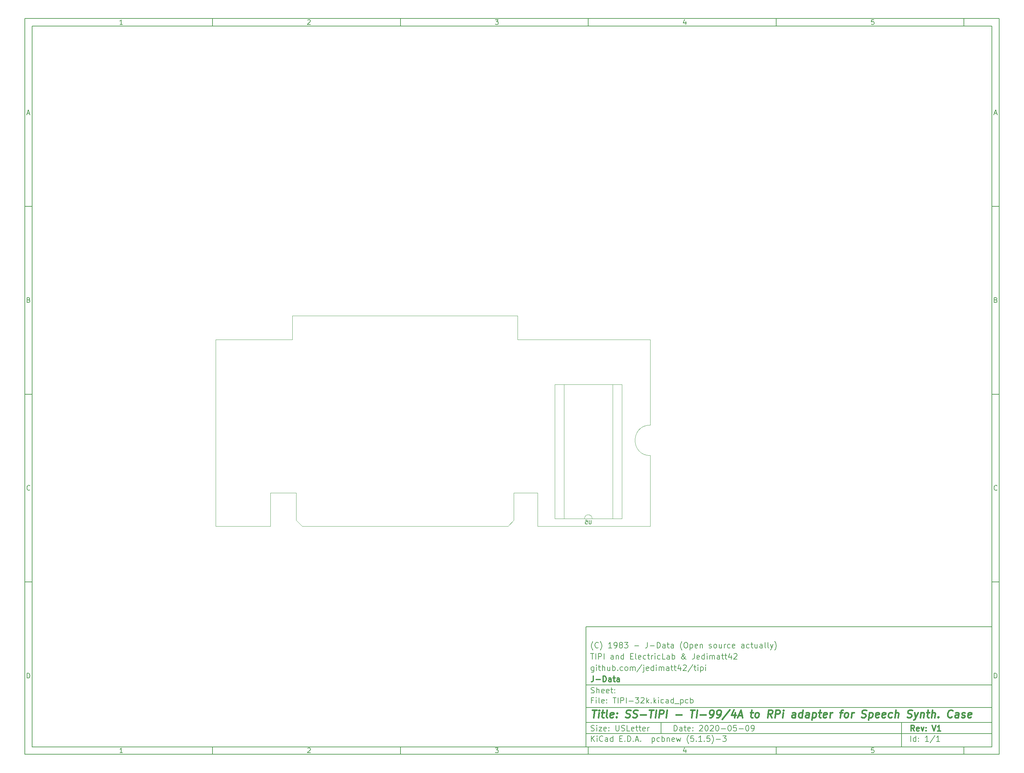
<source format=gbr>
G04 #@! TF.GenerationSoftware,KiCad,Pcbnew,(5.1.5)-3*
G04 #@! TF.CreationDate,2020-06-13T11:59:13-04:00*
G04 #@! TF.ProjectId,TIPI-32k,54495049-2d33-4326-9b2e-6b696361645f,V1*
G04 #@! TF.SameCoordinates,Original*
G04 #@! TF.FileFunction,Legend,Bot*
G04 #@! TF.FilePolarity,Positive*
%FSLAX46Y46*%
G04 Gerber Fmt 4.6, Leading zero omitted, Abs format (unit mm)*
G04 Created by KiCad (PCBNEW (5.1.5)-3) date 2020-06-13 11:59:13*
%MOMM*%
%LPD*%
G04 APERTURE LIST*
%ADD10C,0.100000*%
%ADD11C,0.150000*%
%ADD12C,0.300000*%
%ADD13C,0.400000*%
G04 #@! TA.AperFunction,Profile*
%ADD14C,0.025400*%
G04 #@! TD*
%ADD15C,0.120000*%
G04 APERTURE END LIST*
D10*
D11*
X159400000Y-171900000D02*
X159400000Y-203900000D01*
X267400000Y-203900000D01*
X267400000Y-171900000D01*
X159400000Y-171900000D01*
D10*
D11*
X10000000Y-10000000D02*
X10000000Y-205900000D01*
X269400000Y-205900000D01*
X269400000Y-10000000D01*
X10000000Y-10000000D01*
D10*
D11*
X12000000Y-12000000D02*
X12000000Y-203900000D01*
X267400000Y-203900000D01*
X267400000Y-12000000D01*
X12000000Y-12000000D01*
D10*
D11*
X60000000Y-12000000D02*
X60000000Y-10000000D01*
D10*
D11*
X110000000Y-12000000D02*
X110000000Y-10000000D01*
D10*
D11*
X160000000Y-12000000D02*
X160000000Y-10000000D01*
D10*
D11*
X210000000Y-12000000D02*
X210000000Y-10000000D01*
D10*
D11*
X260000000Y-12000000D02*
X260000000Y-10000000D01*
D10*
D11*
X36065476Y-11588095D02*
X35322619Y-11588095D01*
X35694047Y-11588095D02*
X35694047Y-10288095D01*
X35570238Y-10473809D01*
X35446428Y-10597619D01*
X35322619Y-10659523D01*
D10*
D11*
X85322619Y-10411904D02*
X85384523Y-10350000D01*
X85508333Y-10288095D01*
X85817857Y-10288095D01*
X85941666Y-10350000D01*
X86003571Y-10411904D01*
X86065476Y-10535714D01*
X86065476Y-10659523D01*
X86003571Y-10845238D01*
X85260714Y-11588095D01*
X86065476Y-11588095D01*
D10*
D11*
X135260714Y-10288095D02*
X136065476Y-10288095D01*
X135632142Y-10783333D01*
X135817857Y-10783333D01*
X135941666Y-10845238D01*
X136003571Y-10907142D01*
X136065476Y-11030952D01*
X136065476Y-11340476D01*
X136003571Y-11464285D01*
X135941666Y-11526190D01*
X135817857Y-11588095D01*
X135446428Y-11588095D01*
X135322619Y-11526190D01*
X135260714Y-11464285D01*
D10*
D11*
X185941666Y-10721428D02*
X185941666Y-11588095D01*
X185632142Y-10226190D02*
X185322619Y-11154761D01*
X186127380Y-11154761D01*
D10*
D11*
X236003571Y-10288095D02*
X235384523Y-10288095D01*
X235322619Y-10907142D01*
X235384523Y-10845238D01*
X235508333Y-10783333D01*
X235817857Y-10783333D01*
X235941666Y-10845238D01*
X236003571Y-10907142D01*
X236065476Y-11030952D01*
X236065476Y-11340476D01*
X236003571Y-11464285D01*
X235941666Y-11526190D01*
X235817857Y-11588095D01*
X235508333Y-11588095D01*
X235384523Y-11526190D01*
X235322619Y-11464285D01*
D10*
D11*
X60000000Y-203900000D02*
X60000000Y-205900000D01*
D10*
D11*
X110000000Y-203900000D02*
X110000000Y-205900000D01*
D10*
D11*
X160000000Y-203900000D02*
X160000000Y-205900000D01*
D10*
D11*
X210000000Y-203900000D02*
X210000000Y-205900000D01*
D10*
D11*
X260000000Y-203900000D02*
X260000000Y-205900000D01*
D10*
D11*
X36065476Y-205488095D02*
X35322619Y-205488095D01*
X35694047Y-205488095D02*
X35694047Y-204188095D01*
X35570238Y-204373809D01*
X35446428Y-204497619D01*
X35322619Y-204559523D01*
D10*
D11*
X85322619Y-204311904D02*
X85384523Y-204250000D01*
X85508333Y-204188095D01*
X85817857Y-204188095D01*
X85941666Y-204250000D01*
X86003571Y-204311904D01*
X86065476Y-204435714D01*
X86065476Y-204559523D01*
X86003571Y-204745238D01*
X85260714Y-205488095D01*
X86065476Y-205488095D01*
D10*
D11*
X135260714Y-204188095D02*
X136065476Y-204188095D01*
X135632142Y-204683333D01*
X135817857Y-204683333D01*
X135941666Y-204745238D01*
X136003571Y-204807142D01*
X136065476Y-204930952D01*
X136065476Y-205240476D01*
X136003571Y-205364285D01*
X135941666Y-205426190D01*
X135817857Y-205488095D01*
X135446428Y-205488095D01*
X135322619Y-205426190D01*
X135260714Y-205364285D01*
D10*
D11*
X185941666Y-204621428D02*
X185941666Y-205488095D01*
X185632142Y-204126190D02*
X185322619Y-205054761D01*
X186127380Y-205054761D01*
D10*
D11*
X236003571Y-204188095D02*
X235384523Y-204188095D01*
X235322619Y-204807142D01*
X235384523Y-204745238D01*
X235508333Y-204683333D01*
X235817857Y-204683333D01*
X235941666Y-204745238D01*
X236003571Y-204807142D01*
X236065476Y-204930952D01*
X236065476Y-205240476D01*
X236003571Y-205364285D01*
X235941666Y-205426190D01*
X235817857Y-205488095D01*
X235508333Y-205488095D01*
X235384523Y-205426190D01*
X235322619Y-205364285D01*
D10*
D11*
X10000000Y-60000000D02*
X12000000Y-60000000D01*
D10*
D11*
X10000000Y-110000000D02*
X12000000Y-110000000D01*
D10*
D11*
X10000000Y-160000000D02*
X12000000Y-160000000D01*
D10*
D11*
X10690476Y-35216666D02*
X11309523Y-35216666D01*
X10566666Y-35588095D02*
X11000000Y-34288095D01*
X11433333Y-35588095D01*
D10*
D11*
X11092857Y-84907142D02*
X11278571Y-84969047D01*
X11340476Y-85030952D01*
X11402380Y-85154761D01*
X11402380Y-85340476D01*
X11340476Y-85464285D01*
X11278571Y-85526190D01*
X11154761Y-85588095D01*
X10659523Y-85588095D01*
X10659523Y-84288095D01*
X11092857Y-84288095D01*
X11216666Y-84350000D01*
X11278571Y-84411904D01*
X11340476Y-84535714D01*
X11340476Y-84659523D01*
X11278571Y-84783333D01*
X11216666Y-84845238D01*
X11092857Y-84907142D01*
X10659523Y-84907142D01*
D10*
D11*
X11402380Y-135464285D02*
X11340476Y-135526190D01*
X11154761Y-135588095D01*
X11030952Y-135588095D01*
X10845238Y-135526190D01*
X10721428Y-135402380D01*
X10659523Y-135278571D01*
X10597619Y-135030952D01*
X10597619Y-134845238D01*
X10659523Y-134597619D01*
X10721428Y-134473809D01*
X10845238Y-134350000D01*
X11030952Y-134288095D01*
X11154761Y-134288095D01*
X11340476Y-134350000D01*
X11402380Y-134411904D01*
D10*
D11*
X10659523Y-185588095D02*
X10659523Y-184288095D01*
X10969047Y-184288095D01*
X11154761Y-184350000D01*
X11278571Y-184473809D01*
X11340476Y-184597619D01*
X11402380Y-184845238D01*
X11402380Y-185030952D01*
X11340476Y-185278571D01*
X11278571Y-185402380D01*
X11154761Y-185526190D01*
X10969047Y-185588095D01*
X10659523Y-185588095D01*
D10*
D11*
X269400000Y-60000000D02*
X267400000Y-60000000D01*
D10*
D11*
X269400000Y-110000000D02*
X267400000Y-110000000D01*
D10*
D11*
X269400000Y-160000000D02*
X267400000Y-160000000D01*
D10*
D11*
X268090476Y-35216666D02*
X268709523Y-35216666D01*
X267966666Y-35588095D02*
X268400000Y-34288095D01*
X268833333Y-35588095D01*
D10*
D11*
X268492857Y-84907142D02*
X268678571Y-84969047D01*
X268740476Y-85030952D01*
X268802380Y-85154761D01*
X268802380Y-85340476D01*
X268740476Y-85464285D01*
X268678571Y-85526190D01*
X268554761Y-85588095D01*
X268059523Y-85588095D01*
X268059523Y-84288095D01*
X268492857Y-84288095D01*
X268616666Y-84350000D01*
X268678571Y-84411904D01*
X268740476Y-84535714D01*
X268740476Y-84659523D01*
X268678571Y-84783333D01*
X268616666Y-84845238D01*
X268492857Y-84907142D01*
X268059523Y-84907142D01*
D10*
D11*
X268802380Y-135464285D02*
X268740476Y-135526190D01*
X268554761Y-135588095D01*
X268430952Y-135588095D01*
X268245238Y-135526190D01*
X268121428Y-135402380D01*
X268059523Y-135278571D01*
X267997619Y-135030952D01*
X267997619Y-134845238D01*
X268059523Y-134597619D01*
X268121428Y-134473809D01*
X268245238Y-134350000D01*
X268430952Y-134288095D01*
X268554761Y-134288095D01*
X268740476Y-134350000D01*
X268802380Y-134411904D01*
D10*
D11*
X268059523Y-185588095D02*
X268059523Y-184288095D01*
X268369047Y-184288095D01*
X268554761Y-184350000D01*
X268678571Y-184473809D01*
X268740476Y-184597619D01*
X268802380Y-184845238D01*
X268802380Y-185030952D01*
X268740476Y-185278571D01*
X268678571Y-185402380D01*
X268554761Y-185526190D01*
X268369047Y-185588095D01*
X268059523Y-185588095D01*
D10*
D11*
X182832142Y-199678571D02*
X182832142Y-198178571D01*
X183189285Y-198178571D01*
X183403571Y-198250000D01*
X183546428Y-198392857D01*
X183617857Y-198535714D01*
X183689285Y-198821428D01*
X183689285Y-199035714D01*
X183617857Y-199321428D01*
X183546428Y-199464285D01*
X183403571Y-199607142D01*
X183189285Y-199678571D01*
X182832142Y-199678571D01*
X184975000Y-199678571D02*
X184975000Y-198892857D01*
X184903571Y-198750000D01*
X184760714Y-198678571D01*
X184475000Y-198678571D01*
X184332142Y-198750000D01*
X184975000Y-199607142D02*
X184832142Y-199678571D01*
X184475000Y-199678571D01*
X184332142Y-199607142D01*
X184260714Y-199464285D01*
X184260714Y-199321428D01*
X184332142Y-199178571D01*
X184475000Y-199107142D01*
X184832142Y-199107142D01*
X184975000Y-199035714D01*
X185475000Y-198678571D02*
X186046428Y-198678571D01*
X185689285Y-198178571D02*
X185689285Y-199464285D01*
X185760714Y-199607142D01*
X185903571Y-199678571D01*
X186046428Y-199678571D01*
X187117857Y-199607142D02*
X186975000Y-199678571D01*
X186689285Y-199678571D01*
X186546428Y-199607142D01*
X186475000Y-199464285D01*
X186475000Y-198892857D01*
X186546428Y-198750000D01*
X186689285Y-198678571D01*
X186975000Y-198678571D01*
X187117857Y-198750000D01*
X187189285Y-198892857D01*
X187189285Y-199035714D01*
X186475000Y-199178571D01*
X187832142Y-199535714D02*
X187903571Y-199607142D01*
X187832142Y-199678571D01*
X187760714Y-199607142D01*
X187832142Y-199535714D01*
X187832142Y-199678571D01*
X187832142Y-198750000D02*
X187903571Y-198821428D01*
X187832142Y-198892857D01*
X187760714Y-198821428D01*
X187832142Y-198750000D01*
X187832142Y-198892857D01*
X189617857Y-198321428D02*
X189689285Y-198250000D01*
X189832142Y-198178571D01*
X190189285Y-198178571D01*
X190332142Y-198250000D01*
X190403571Y-198321428D01*
X190475000Y-198464285D01*
X190475000Y-198607142D01*
X190403571Y-198821428D01*
X189546428Y-199678571D01*
X190475000Y-199678571D01*
X191403571Y-198178571D02*
X191546428Y-198178571D01*
X191689285Y-198250000D01*
X191760714Y-198321428D01*
X191832142Y-198464285D01*
X191903571Y-198750000D01*
X191903571Y-199107142D01*
X191832142Y-199392857D01*
X191760714Y-199535714D01*
X191689285Y-199607142D01*
X191546428Y-199678571D01*
X191403571Y-199678571D01*
X191260714Y-199607142D01*
X191189285Y-199535714D01*
X191117857Y-199392857D01*
X191046428Y-199107142D01*
X191046428Y-198750000D01*
X191117857Y-198464285D01*
X191189285Y-198321428D01*
X191260714Y-198250000D01*
X191403571Y-198178571D01*
X192475000Y-198321428D02*
X192546428Y-198250000D01*
X192689285Y-198178571D01*
X193046428Y-198178571D01*
X193189285Y-198250000D01*
X193260714Y-198321428D01*
X193332142Y-198464285D01*
X193332142Y-198607142D01*
X193260714Y-198821428D01*
X192403571Y-199678571D01*
X193332142Y-199678571D01*
X194260714Y-198178571D02*
X194403571Y-198178571D01*
X194546428Y-198250000D01*
X194617857Y-198321428D01*
X194689285Y-198464285D01*
X194760714Y-198750000D01*
X194760714Y-199107142D01*
X194689285Y-199392857D01*
X194617857Y-199535714D01*
X194546428Y-199607142D01*
X194403571Y-199678571D01*
X194260714Y-199678571D01*
X194117857Y-199607142D01*
X194046428Y-199535714D01*
X193975000Y-199392857D01*
X193903571Y-199107142D01*
X193903571Y-198750000D01*
X193975000Y-198464285D01*
X194046428Y-198321428D01*
X194117857Y-198250000D01*
X194260714Y-198178571D01*
X195403571Y-199107142D02*
X196546428Y-199107142D01*
X197546428Y-198178571D02*
X197689285Y-198178571D01*
X197832142Y-198250000D01*
X197903571Y-198321428D01*
X197975000Y-198464285D01*
X198046428Y-198750000D01*
X198046428Y-199107142D01*
X197975000Y-199392857D01*
X197903571Y-199535714D01*
X197832142Y-199607142D01*
X197689285Y-199678571D01*
X197546428Y-199678571D01*
X197403571Y-199607142D01*
X197332142Y-199535714D01*
X197260714Y-199392857D01*
X197189285Y-199107142D01*
X197189285Y-198750000D01*
X197260714Y-198464285D01*
X197332142Y-198321428D01*
X197403571Y-198250000D01*
X197546428Y-198178571D01*
X199403571Y-198178571D02*
X198689285Y-198178571D01*
X198617857Y-198892857D01*
X198689285Y-198821428D01*
X198832142Y-198750000D01*
X199189285Y-198750000D01*
X199332142Y-198821428D01*
X199403571Y-198892857D01*
X199475000Y-199035714D01*
X199475000Y-199392857D01*
X199403571Y-199535714D01*
X199332142Y-199607142D01*
X199189285Y-199678571D01*
X198832142Y-199678571D01*
X198689285Y-199607142D01*
X198617857Y-199535714D01*
X200117857Y-199107142D02*
X201260714Y-199107142D01*
X202260714Y-198178571D02*
X202403571Y-198178571D01*
X202546428Y-198250000D01*
X202617857Y-198321428D01*
X202689285Y-198464285D01*
X202760714Y-198750000D01*
X202760714Y-199107142D01*
X202689285Y-199392857D01*
X202617857Y-199535714D01*
X202546428Y-199607142D01*
X202403571Y-199678571D01*
X202260714Y-199678571D01*
X202117857Y-199607142D01*
X202046428Y-199535714D01*
X201975000Y-199392857D01*
X201903571Y-199107142D01*
X201903571Y-198750000D01*
X201975000Y-198464285D01*
X202046428Y-198321428D01*
X202117857Y-198250000D01*
X202260714Y-198178571D01*
X203475000Y-199678571D02*
X203760714Y-199678571D01*
X203903571Y-199607142D01*
X203975000Y-199535714D01*
X204117857Y-199321428D01*
X204189285Y-199035714D01*
X204189285Y-198464285D01*
X204117857Y-198321428D01*
X204046428Y-198250000D01*
X203903571Y-198178571D01*
X203617857Y-198178571D01*
X203475000Y-198250000D01*
X203403571Y-198321428D01*
X203332142Y-198464285D01*
X203332142Y-198821428D01*
X203403571Y-198964285D01*
X203475000Y-199035714D01*
X203617857Y-199107142D01*
X203903571Y-199107142D01*
X204046428Y-199035714D01*
X204117857Y-198964285D01*
X204189285Y-198821428D01*
D10*
D11*
X159400000Y-200400000D02*
X267400000Y-200400000D01*
D10*
D11*
X160832142Y-202478571D02*
X160832142Y-200978571D01*
X161689285Y-202478571D02*
X161046428Y-201621428D01*
X161689285Y-200978571D02*
X160832142Y-201835714D01*
X162332142Y-202478571D02*
X162332142Y-201478571D01*
X162332142Y-200978571D02*
X162260714Y-201050000D01*
X162332142Y-201121428D01*
X162403571Y-201050000D01*
X162332142Y-200978571D01*
X162332142Y-201121428D01*
X163903571Y-202335714D02*
X163832142Y-202407142D01*
X163617857Y-202478571D01*
X163475000Y-202478571D01*
X163260714Y-202407142D01*
X163117857Y-202264285D01*
X163046428Y-202121428D01*
X162975000Y-201835714D01*
X162975000Y-201621428D01*
X163046428Y-201335714D01*
X163117857Y-201192857D01*
X163260714Y-201050000D01*
X163475000Y-200978571D01*
X163617857Y-200978571D01*
X163832142Y-201050000D01*
X163903571Y-201121428D01*
X165189285Y-202478571D02*
X165189285Y-201692857D01*
X165117857Y-201550000D01*
X164975000Y-201478571D01*
X164689285Y-201478571D01*
X164546428Y-201550000D01*
X165189285Y-202407142D02*
X165046428Y-202478571D01*
X164689285Y-202478571D01*
X164546428Y-202407142D01*
X164475000Y-202264285D01*
X164475000Y-202121428D01*
X164546428Y-201978571D01*
X164689285Y-201907142D01*
X165046428Y-201907142D01*
X165189285Y-201835714D01*
X166546428Y-202478571D02*
X166546428Y-200978571D01*
X166546428Y-202407142D02*
X166403571Y-202478571D01*
X166117857Y-202478571D01*
X165975000Y-202407142D01*
X165903571Y-202335714D01*
X165832142Y-202192857D01*
X165832142Y-201764285D01*
X165903571Y-201621428D01*
X165975000Y-201550000D01*
X166117857Y-201478571D01*
X166403571Y-201478571D01*
X166546428Y-201550000D01*
X168403571Y-201692857D02*
X168903571Y-201692857D01*
X169117857Y-202478571D02*
X168403571Y-202478571D01*
X168403571Y-200978571D01*
X169117857Y-200978571D01*
X169760714Y-202335714D02*
X169832142Y-202407142D01*
X169760714Y-202478571D01*
X169689285Y-202407142D01*
X169760714Y-202335714D01*
X169760714Y-202478571D01*
X170475000Y-202478571D02*
X170475000Y-200978571D01*
X170832142Y-200978571D01*
X171046428Y-201050000D01*
X171189285Y-201192857D01*
X171260714Y-201335714D01*
X171332142Y-201621428D01*
X171332142Y-201835714D01*
X171260714Y-202121428D01*
X171189285Y-202264285D01*
X171046428Y-202407142D01*
X170832142Y-202478571D01*
X170475000Y-202478571D01*
X171975000Y-202335714D02*
X172046428Y-202407142D01*
X171975000Y-202478571D01*
X171903571Y-202407142D01*
X171975000Y-202335714D01*
X171975000Y-202478571D01*
X172617857Y-202050000D02*
X173332142Y-202050000D01*
X172475000Y-202478571D02*
X172975000Y-200978571D01*
X173475000Y-202478571D01*
X173975000Y-202335714D02*
X174046428Y-202407142D01*
X173975000Y-202478571D01*
X173903571Y-202407142D01*
X173975000Y-202335714D01*
X173975000Y-202478571D01*
X176975000Y-201478571D02*
X176975000Y-202978571D01*
X176975000Y-201550000D02*
X177117857Y-201478571D01*
X177403571Y-201478571D01*
X177546428Y-201550000D01*
X177617857Y-201621428D01*
X177689285Y-201764285D01*
X177689285Y-202192857D01*
X177617857Y-202335714D01*
X177546428Y-202407142D01*
X177403571Y-202478571D01*
X177117857Y-202478571D01*
X176975000Y-202407142D01*
X178975000Y-202407142D02*
X178832142Y-202478571D01*
X178546428Y-202478571D01*
X178403571Y-202407142D01*
X178332142Y-202335714D01*
X178260714Y-202192857D01*
X178260714Y-201764285D01*
X178332142Y-201621428D01*
X178403571Y-201550000D01*
X178546428Y-201478571D01*
X178832142Y-201478571D01*
X178975000Y-201550000D01*
X179617857Y-202478571D02*
X179617857Y-200978571D01*
X179617857Y-201550000D02*
X179760714Y-201478571D01*
X180046428Y-201478571D01*
X180189285Y-201550000D01*
X180260714Y-201621428D01*
X180332142Y-201764285D01*
X180332142Y-202192857D01*
X180260714Y-202335714D01*
X180189285Y-202407142D01*
X180046428Y-202478571D01*
X179760714Y-202478571D01*
X179617857Y-202407142D01*
X180975000Y-201478571D02*
X180975000Y-202478571D01*
X180975000Y-201621428D02*
X181046428Y-201550000D01*
X181189285Y-201478571D01*
X181403571Y-201478571D01*
X181546428Y-201550000D01*
X181617857Y-201692857D01*
X181617857Y-202478571D01*
X182903571Y-202407142D02*
X182760714Y-202478571D01*
X182475000Y-202478571D01*
X182332142Y-202407142D01*
X182260714Y-202264285D01*
X182260714Y-201692857D01*
X182332142Y-201550000D01*
X182475000Y-201478571D01*
X182760714Y-201478571D01*
X182903571Y-201550000D01*
X182975000Y-201692857D01*
X182975000Y-201835714D01*
X182260714Y-201978571D01*
X183475000Y-201478571D02*
X183760714Y-202478571D01*
X184046428Y-201764285D01*
X184332142Y-202478571D01*
X184617857Y-201478571D01*
X186760714Y-203050000D02*
X186689285Y-202978571D01*
X186546428Y-202764285D01*
X186475000Y-202621428D01*
X186403571Y-202407142D01*
X186332142Y-202050000D01*
X186332142Y-201764285D01*
X186403571Y-201407142D01*
X186475000Y-201192857D01*
X186546428Y-201050000D01*
X186689285Y-200835714D01*
X186760714Y-200764285D01*
X188046428Y-200978571D02*
X187332142Y-200978571D01*
X187260714Y-201692857D01*
X187332142Y-201621428D01*
X187475000Y-201550000D01*
X187832142Y-201550000D01*
X187975000Y-201621428D01*
X188046428Y-201692857D01*
X188117857Y-201835714D01*
X188117857Y-202192857D01*
X188046428Y-202335714D01*
X187975000Y-202407142D01*
X187832142Y-202478571D01*
X187475000Y-202478571D01*
X187332142Y-202407142D01*
X187260714Y-202335714D01*
X188760714Y-202335714D02*
X188832142Y-202407142D01*
X188760714Y-202478571D01*
X188689285Y-202407142D01*
X188760714Y-202335714D01*
X188760714Y-202478571D01*
X190260714Y-202478571D02*
X189403571Y-202478571D01*
X189832142Y-202478571D02*
X189832142Y-200978571D01*
X189689285Y-201192857D01*
X189546428Y-201335714D01*
X189403571Y-201407142D01*
X190903571Y-202335714D02*
X190975000Y-202407142D01*
X190903571Y-202478571D01*
X190832142Y-202407142D01*
X190903571Y-202335714D01*
X190903571Y-202478571D01*
X192332142Y-200978571D02*
X191617857Y-200978571D01*
X191546428Y-201692857D01*
X191617857Y-201621428D01*
X191760714Y-201550000D01*
X192117857Y-201550000D01*
X192260714Y-201621428D01*
X192332142Y-201692857D01*
X192403571Y-201835714D01*
X192403571Y-202192857D01*
X192332142Y-202335714D01*
X192260714Y-202407142D01*
X192117857Y-202478571D01*
X191760714Y-202478571D01*
X191617857Y-202407142D01*
X191546428Y-202335714D01*
X192903571Y-203050000D02*
X192975000Y-202978571D01*
X193117857Y-202764285D01*
X193189285Y-202621428D01*
X193260714Y-202407142D01*
X193332142Y-202050000D01*
X193332142Y-201764285D01*
X193260714Y-201407142D01*
X193189285Y-201192857D01*
X193117857Y-201050000D01*
X192975000Y-200835714D01*
X192903571Y-200764285D01*
X194046428Y-201907142D02*
X195189285Y-201907142D01*
X195760714Y-200978571D02*
X196689285Y-200978571D01*
X196189285Y-201550000D01*
X196403571Y-201550000D01*
X196546428Y-201621428D01*
X196617857Y-201692857D01*
X196689285Y-201835714D01*
X196689285Y-202192857D01*
X196617857Y-202335714D01*
X196546428Y-202407142D01*
X196403571Y-202478571D01*
X195975000Y-202478571D01*
X195832142Y-202407142D01*
X195760714Y-202335714D01*
D10*
D11*
X159400000Y-197400000D02*
X267400000Y-197400000D01*
D10*
D12*
X246809285Y-199678571D02*
X246309285Y-198964285D01*
X245952142Y-199678571D02*
X245952142Y-198178571D01*
X246523571Y-198178571D01*
X246666428Y-198250000D01*
X246737857Y-198321428D01*
X246809285Y-198464285D01*
X246809285Y-198678571D01*
X246737857Y-198821428D01*
X246666428Y-198892857D01*
X246523571Y-198964285D01*
X245952142Y-198964285D01*
X248023571Y-199607142D02*
X247880714Y-199678571D01*
X247595000Y-199678571D01*
X247452142Y-199607142D01*
X247380714Y-199464285D01*
X247380714Y-198892857D01*
X247452142Y-198750000D01*
X247595000Y-198678571D01*
X247880714Y-198678571D01*
X248023571Y-198750000D01*
X248095000Y-198892857D01*
X248095000Y-199035714D01*
X247380714Y-199178571D01*
X248595000Y-198678571D02*
X248952142Y-199678571D01*
X249309285Y-198678571D01*
X249880714Y-199535714D02*
X249952142Y-199607142D01*
X249880714Y-199678571D01*
X249809285Y-199607142D01*
X249880714Y-199535714D01*
X249880714Y-199678571D01*
X249880714Y-198750000D02*
X249952142Y-198821428D01*
X249880714Y-198892857D01*
X249809285Y-198821428D01*
X249880714Y-198750000D01*
X249880714Y-198892857D01*
X251523571Y-198178571D02*
X252023571Y-199678571D01*
X252523571Y-198178571D01*
X253809285Y-199678571D02*
X252952142Y-199678571D01*
X253380714Y-199678571D02*
X253380714Y-198178571D01*
X253237857Y-198392857D01*
X253095000Y-198535714D01*
X252952142Y-198607142D01*
D10*
D11*
X160760714Y-199607142D02*
X160975000Y-199678571D01*
X161332142Y-199678571D01*
X161475000Y-199607142D01*
X161546428Y-199535714D01*
X161617857Y-199392857D01*
X161617857Y-199250000D01*
X161546428Y-199107142D01*
X161475000Y-199035714D01*
X161332142Y-198964285D01*
X161046428Y-198892857D01*
X160903571Y-198821428D01*
X160832142Y-198750000D01*
X160760714Y-198607142D01*
X160760714Y-198464285D01*
X160832142Y-198321428D01*
X160903571Y-198250000D01*
X161046428Y-198178571D01*
X161403571Y-198178571D01*
X161617857Y-198250000D01*
X162260714Y-199678571D02*
X162260714Y-198678571D01*
X162260714Y-198178571D02*
X162189285Y-198250000D01*
X162260714Y-198321428D01*
X162332142Y-198250000D01*
X162260714Y-198178571D01*
X162260714Y-198321428D01*
X162832142Y-198678571D02*
X163617857Y-198678571D01*
X162832142Y-199678571D01*
X163617857Y-199678571D01*
X164760714Y-199607142D02*
X164617857Y-199678571D01*
X164332142Y-199678571D01*
X164189285Y-199607142D01*
X164117857Y-199464285D01*
X164117857Y-198892857D01*
X164189285Y-198750000D01*
X164332142Y-198678571D01*
X164617857Y-198678571D01*
X164760714Y-198750000D01*
X164832142Y-198892857D01*
X164832142Y-199035714D01*
X164117857Y-199178571D01*
X165475000Y-199535714D02*
X165546428Y-199607142D01*
X165475000Y-199678571D01*
X165403571Y-199607142D01*
X165475000Y-199535714D01*
X165475000Y-199678571D01*
X165475000Y-198750000D02*
X165546428Y-198821428D01*
X165475000Y-198892857D01*
X165403571Y-198821428D01*
X165475000Y-198750000D01*
X165475000Y-198892857D01*
X167332142Y-198178571D02*
X167332142Y-199392857D01*
X167403571Y-199535714D01*
X167475000Y-199607142D01*
X167617857Y-199678571D01*
X167903571Y-199678571D01*
X168046428Y-199607142D01*
X168117857Y-199535714D01*
X168189285Y-199392857D01*
X168189285Y-198178571D01*
X168832142Y-199607142D02*
X169046428Y-199678571D01*
X169403571Y-199678571D01*
X169546428Y-199607142D01*
X169617857Y-199535714D01*
X169689285Y-199392857D01*
X169689285Y-199250000D01*
X169617857Y-199107142D01*
X169546428Y-199035714D01*
X169403571Y-198964285D01*
X169117857Y-198892857D01*
X168975000Y-198821428D01*
X168903571Y-198750000D01*
X168832142Y-198607142D01*
X168832142Y-198464285D01*
X168903571Y-198321428D01*
X168975000Y-198250000D01*
X169117857Y-198178571D01*
X169475000Y-198178571D01*
X169689285Y-198250000D01*
X171046428Y-199678571D02*
X170332142Y-199678571D01*
X170332142Y-198178571D01*
X172117857Y-199607142D02*
X171975000Y-199678571D01*
X171689285Y-199678571D01*
X171546428Y-199607142D01*
X171475000Y-199464285D01*
X171475000Y-198892857D01*
X171546428Y-198750000D01*
X171689285Y-198678571D01*
X171975000Y-198678571D01*
X172117857Y-198750000D01*
X172189285Y-198892857D01*
X172189285Y-199035714D01*
X171475000Y-199178571D01*
X172617857Y-198678571D02*
X173189285Y-198678571D01*
X172832142Y-198178571D02*
X172832142Y-199464285D01*
X172903571Y-199607142D01*
X173046428Y-199678571D01*
X173189285Y-199678571D01*
X173475000Y-198678571D02*
X174046428Y-198678571D01*
X173689285Y-198178571D02*
X173689285Y-199464285D01*
X173760714Y-199607142D01*
X173903571Y-199678571D01*
X174046428Y-199678571D01*
X175117857Y-199607142D02*
X174975000Y-199678571D01*
X174689285Y-199678571D01*
X174546428Y-199607142D01*
X174475000Y-199464285D01*
X174475000Y-198892857D01*
X174546428Y-198750000D01*
X174689285Y-198678571D01*
X174975000Y-198678571D01*
X175117857Y-198750000D01*
X175189285Y-198892857D01*
X175189285Y-199035714D01*
X174475000Y-199178571D01*
X175832142Y-199678571D02*
X175832142Y-198678571D01*
X175832142Y-198964285D02*
X175903571Y-198821428D01*
X175975000Y-198750000D01*
X176117857Y-198678571D01*
X176260714Y-198678571D01*
D10*
D11*
X245832142Y-202478571D02*
X245832142Y-200978571D01*
X247189285Y-202478571D02*
X247189285Y-200978571D01*
X247189285Y-202407142D02*
X247046428Y-202478571D01*
X246760714Y-202478571D01*
X246617857Y-202407142D01*
X246546428Y-202335714D01*
X246475000Y-202192857D01*
X246475000Y-201764285D01*
X246546428Y-201621428D01*
X246617857Y-201550000D01*
X246760714Y-201478571D01*
X247046428Y-201478571D01*
X247189285Y-201550000D01*
X247903571Y-202335714D02*
X247975000Y-202407142D01*
X247903571Y-202478571D01*
X247832142Y-202407142D01*
X247903571Y-202335714D01*
X247903571Y-202478571D01*
X247903571Y-201550000D02*
X247975000Y-201621428D01*
X247903571Y-201692857D01*
X247832142Y-201621428D01*
X247903571Y-201550000D01*
X247903571Y-201692857D01*
X250546428Y-202478571D02*
X249689285Y-202478571D01*
X250117857Y-202478571D02*
X250117857Y-200978571D01*
X249975000Y-201192857D01*
X249832142Y-201335714D01*
X249689285Y-201407142D01*
X252260714Y-200907142D02*
X250975000Y-202835714D01*
X253546428Y-202478571D02*
X252689285Y-202478571D01*
X253117857Y-202478571D02*
X253117857Y-200978571D01*
X252975000Y-201192857D01*
X252832142Y-201335714D01*
X252689285Y-201407142D01*
D10*
D11*
X159400000Y-193400000D02*
X267400000Y-193400000D01*
D10*
D13*
X161112380Y-194104761D02*
X162255238Y-194104761D01*
X161433809Y-196104761D02*
X161683809Y-194104761D01*
X162671904Y-196104761D02*
X162838571Y-194771428D01*
X162921904Y-194104761D02*
X162814761Y-194200000D01*
X162898095Y-194295238D01*
X163005238Y-194200000D01*
X162921904Y-194104761D01*
X162898095Y-194295238D01*
X163505238Y-194771428D02*
X164267142Y-194771428D01*
X163874285Y-194104761D02*
X163660000Y-195819047D01*
X163731428Y-196009523D01*
X163910000Y-196104761D01*
X164100476Y-196104761D01*
X165052857Y-196104761D02*
X164874285Y-196009523D01*
X164802857Y-195819047D01*
X165017142Y-194104761D01*
X166588571Y-196009523D02*
X166386190Y-196104761D01*
X166005238Y-196104761D01*
X165826666Y-196009523D01*
X165755238Y-195819047D01*
X165850476Y-195057142D01*
X165969523Y-194866666D01*
X166171904Y-194771428D01*
X166552857Y-194771428D01*
X166731428Y-194866666D01*
X166802857Y-195057142D01*
X166779047Y-195247619D01*
X165802857Y-195438095D01*
X167552857Y-195914285D02*
X167636190Y-196009523D01*
X167529047Y-196104761D01*
X167445714Y-196009523D01*
X167552857Y-195914285D01*
X167529047Y-196104761D01*
X167683809Y-194866666D02*
X167767142Y-194961904D01*
X167660000Y-195057142D01*
X167576666Y-194961904D01*
X167683809Y-194866666D01*
X167660000Y-195057142D01*
X169921904Y-196009523D02*
X170195714Y-196104761D01*
X170671904Y-196104761D01*
X170874285Y-196009523D01*
X170981428Y-195914285D01*
X171100476Y-195723809D01*
X171124285Y-195533333D01*
X171052857Y-195342857D01*
X170969523Y-195247619D01*
X170790952Y-195152380D01*
X170421904Y-195057142D01*
X170243333Y-194961904D01*
X170160000Y-194866666D01*
X170088571Y-194676190D01*
X170112380Y-194485714D01*
X170231428Y-194295238D01*
X170338571Y-194200000D01*
X170540952Y-194104761D01*
X171017142Y-194104761D01*
X171290952Y-194200000D01*
X171826666Y-196009523D02*
X172100476Y-196104761D01*
X172576666Y-196104761D01*
X172779047Y-196009523D01*
X172886190Y-195914285D01*
X173005238Y-195723809D01*
X173029047Y-195533333D01*
X172957619Y-195342857D01*
X172874285Y-195247619D01*
X172695714Y-195152380D01*
X172326666Y-195057142D01*
X172148095Y-194961904D01*
X172064761Y-194866666D01*
X171993333Y-194676190D01*
X172017142Y-194485714D01*
X172136190Y-194295238D01*
X172243333Y-194200000D01*
X172445714Y-194104761D01*
X172921904Y-194104761D01*
X173195714Y-194200000D01*
X173910000Y-195342857D02*
X175433809Y-195342857D01*
X176255238Y-194104761D02*
X177398095Y-194104761D01*
X176576666Y-196104761D02*
X176826666Y-194104761D01*
X177814761Y-196104761D02*
X178064761Y-194104761D01*
X178767142Y-196104761D02*
X179017142Y-194104761D01*
X179779047Y-194104761D01*
X179957619Y-194200000D01*
X180040952Y-194295238D01*
X180112380Y-194485714D01*
X180076666Y-194771428D01*
X179957619Y-194961904D01*
X179850476Y-195057142D01*
X179648095Y-195152380D01*
X178886190Y-195152380D01*
X180767142Y-196104761D02*
X181017142Y-194104761D01*
X183338571Y-195342857D02*
X184862380Y-195342857D01*
X187207619Y-194104761D02*
X188350476Y-194104761D01*
X187529047Y-196104761D02*
X187779047Y-194104761D01*
X188767142Y-196104761D02*
X189017142Y-194104761D01*
X189814761Y-195342857D02*
X191338571Y-195342857D01*
X192290952Y-196104761D02*
X192671904Y-196104761D01*
X192874285Y-196009523D01*
X192981428Y-195914285D01*
X193207619Y-195628571D01*
X193350476Y-195247619D01*
X193445714Y-194485714D01*
X193374285Y-194295238D01*
X193290952Y-194200000D01*
X193112380Y-194104761D01*
X192731428Y-194104761D01*
X192529047Y-194200000D01*
X192421904Y-194295238D01*
X192302857Y-194485714D01*
X192243333Y-194961904D01*
X192314761Y-195152380D01*
X192398095Y-195247619D01*
X192576666Y-195342857D01*
X192957619Y-195342857D01*
X193160000Y-195247619D01*
X193267142Y-195152380D01*
X193386190Y-194961904D01*
X194195714Y-196104761D02*
X194576666Y-196104761D01*
X194779047Y-196009523D01*
X194886190Y-195914285D01*
X195112380Y-195628571D01*
X195255238Y-195247619D01*
X195350476Y-194485714D01*
X195279047Y-194295238D01*
X195195714Y-194200000D01*
X195017142Y-194104761D01*
X194636190Y-194104761D01*
X194433809Y-194200000D01*
X194326666Y-194295238D01*
X194207619Y-194485714D01*
X194148095Y-194961904D01*
X194219523Y-195152380D01*
X194302857Y-195247619D01*
X194481428Y-195342857D01*
X194862380Y-195342857D01*
X195064761Y-195247619D01*
X195171904Y-195152380D01*
X195290952Y-194961904D01*
X197695714Y-194009523D02*
X195660000Y-196580952D01*
X199124285Y-194771428D02*
X198957619Y-196104761D01*
X198743333Y-194009523D02*
X198088571Y-195438095D01*
X199326666Y-195438095D01*
X199981428Y-195533333D02*
X200933809Y-195533333D01*
X199719523Y-196104761D02*
X200636190Y-194104761D01*
X201052857Y-196104761D01*
X203124285Y-194771428D02*
X203886190Y-194771428D01*
X203493333Y-194104761D02*
X203279047Y-195819047D01*
X203350476Y-196009523D01*
X203529047Y-196104761D01*
X203719523Y-196104761D01*
X204671904Y-196104761D02*
X204493333Y-196009523D01*
X204410000Y-195914285D01*
X204338571Y-195723809D01*
X204410000Y-195152380D01*
X204529047Y-194961904D01*
X204636190Y-194866666D01*
X204838571Y-194771428D01*
X205124285Y-194771428D01*
X205302857Y-194866666D01*
X205386190Y-194961904D01*
X205457619Y-195152380D01*
X205386190Y-195723809D01*
X205267142Y-195914285D01*
X205160000Y-196009523D01*
X204957619Y-196104761D01*
X204671904Y-196104761D01*
X208862380Y-196104761D02*
X208314761Y-195152380D01*
X207719523Y-196104761D02*
X207969523Y-194104761D01*
X208731428Y-194104761D01*
X208910000Y-194200000D01*
X208993333Y-194295238D01*
X209064761Y-194485714D01*
X209029047Y-194771428D01*
X208910000Y-194961904D01*
X208802857Y-195057142D01*
X208600476Y-195152380D01*
X207838571Y-195152380D01*
X209719523Y-196104761D02*
X209969523Y-194104761D01*
X210731428Y-194104761D01*
X210910000Y-194200000D01*
X210993333Y-194295238D01*
X211064761Y-194485714D01*
X211029047Y-194771428D01*
X210910000Y-194961904D01*
X210802857Y-195057142D01*
X210600476Y-195152380D01*
X209838571Y-195152380D01*
X211719523Y-196104761D02*
X211886190Y-194771428D01*
X211969523Y-194104761D02*
X211862380Y-194200000D01*
X211945714Y-194295238D01*
X212052857Y-194200000D01*
X211969523Y-194104761D01*
X211945714Y-194295238D01*
X215052857Y-196104761D02*
X215183809Y-195057142D01*
X215112380Y-194866666D01*
X214933809Y-194771428D01*
X214552857Y-194771428D01*
X214350476Y-194866666D01*
X215064761Y-196009523D02*
X214862380Y-196104761D01*
X214386190Y-196104761D01*
X214207619Y-196009523D01*
X214136190Y-195819047D01*
X214160000Y-195628571D01*
X214279047Y-195438095D01*
X214481428Y-195342857D01*
X214957619Y-195342857D01*
X215160000Y-195247619D01*
X216862380Y-196104761D02*
X217112380Y-194104761D01*
X216874285Y-196009523D02*
X216671904Y-196104761D01*
X216290952Y-196104761D01*
X216112380Y-196009523D01*
X216029047Y-195914285D01*
X215957619Y-195723809D01*
X216029047Y-195152380D01*
X216148095Y-194961904D01*
X216255238Y-194866666D01*
X216457619Y-194771428D01*
X216838571Y-194771428D01*
X217017142Y-194866666D01*
X218671904Y-196104761D02*
X218802857Y-195057142D01*
X218731428Y-194866666D01*
X218552857Y-194771428D01*
X218171904Y-194771428D01*
X217969523Y-194866666D01*
X218683809Y-196009523D02*
X218481428Y-196104761D01*
X218005238Y-196104761D01*
X217826666Y-196009523D01*
X217755238Y-195819047D01*
X217779047Y-195628571D01*
X217898095Y-195438095D01*
X218100476Y-195342857D01*
X218576666Y-195342857D01*
X218779047Y-195247619D01*
X219790952Y-194771428D02*
X219540952Y-196771428D01*
X219779047Y-194866666D02*
X219981428Y-194771428D01*
X220362380Y-194771428D01*
X220540952Y-194866666D01*
X220624285Y-194961904D01*
X220695714Y-195152380D01*
X220624285Y-195723809D01*
X220505238Y-195914285D01*
X220398095Y-196009523D01*
X220195714Y-196104761D01*
X219814761Y-196104761D01*
X219636190Y-196009523D01*
X221314761Y-194771428D02*
X222076666Y-194771428D01*
X221683809Y-194104761D02*
X221469523Y-195819047D01*
X221540952Y-196009523D01*
X221719523Y-196104761D01*
X221909999Y-196104761D01*
X223350476Y-196009523D02*
X223148095Y-196104761D01*
X222767142Y-196104761D01*
X222588571Y-196009523D01*
X222517142Y-195819047D01*
X222612380Y-195057142D01*
X222731428Y-194866666D01*
X222933809Y-194771428D01*
X223314761Y-194771428D01*
X223493333Y-194866666D01*
X223564761Y-195057142D01*
X223540952Y-195247619D01*
X222564761Y-195438095D01*
X224290952Y-196104761D02*
X224457619Y-194771428D01*
X224409999Y-195152380D02*
X224529047Y-194961904D01*
X224636190Y-194866666D01*
X224838571Y-194771428D01*
X225029047Y-194771428D01*
X226933809Y-194771428D02*
X227695714Y-194771428D01*
X227052857Y-196104761D02*
X227267142Y-194390476D01*
X227386190Y-194200000D01*
X227588571Y-194104761D01*
X227779047Y-194104761D01*
X228481428Y-196104761D02*
X228302857Y-196009523D01*
X228219523Y-195914285D01*
X228148095Y-195723809D01*
X228219523Y-195152380D01*
X228338571Y-194961904D01*
X228445714Y-194866666D01*
X228648095Y-194771428D01*
X228933809Y-194771428D01*
X229112380Y-194866666D01*
X229195714Y-194961904D01*
X229267142Y-195152380D01*
X229195714Y-195723809D01*
X229076666Y-195914285D01*
X228969523Y-196009523D01*
X228767142Y-196104761D01*
X228481428Y-196104761D01*
X230005238Y-196104761D02*
X230171904Y-194771428D01*
X230124285Y-195152380D02*
X230243333Y-194961904D01*
X230350476Y-194866666D01*
X230552857Y-194771428D01*
X230743333Y-194771428D01*
X232683809Y-196009523D02*
X232957619Y-196104761D01*
X233433809Y-196104761D01*
X233636190Y-196009523D01*
X233743333Y-195914285D01*
X233862380Y-195723809D01*
X233886190Y-195533333D01*
X233814761Y-195342857D01*
X233731428Y-195247619D01*
X233552857Y-195152380D01*
X233183809Y-195057142D01*
X233005238Y-194961904D01*
X232921904Y-194866666D01*
X232850476Y-194676190D01*
X232874285Y-194485714D01*
X232993333Y-194295238D01*
X233100476Y-194200000D01*
X233302857Y-194104761D01*
X233779047Y-194104761D01*
X234052857Y-194200000D01*
X234838571Y-194771428D02*
X234588571Y-196771428D01*
X234826666Y-194866666D02*
X235029047Y-194771428D01*
X235410000Y-194771428D01*
X235588571Y-194866666D01*
X235671904Y-194961904D01*
X235743333Y-195152380D01*
X235671904Y-195723809D01*
X235552857Y-195914285D01*
X235445714Y-196009523D01*
X235243333Y-196104761D01*
X234862380Y-196104761D01*
X234683809Y-196009523D01*
X237255238Y-196009523D02*
X237052857Y-196104761D01*
X236671904Y-196104761D01*
X236493333Y-196009523D01*
X236421904Y-195819047D01*
X236517142Y-195057142D01*
X236636190Y-194866666D01*
X236838571Y-194771428D01*
X237219523Y-194771428D01*
X237398095Y-194866666D01*
X237469523Y-195057142D01*
X237445714Y-195247619D01*
X236469523Y-195438095D01*
X238969523Y-196009523D02*
X238767142Y-196104761D01*
X238386190Y-196104761D01*
X238207619Y-196009523D01*
X238136190Y-195819047D01*
X238231428Y-195057142D01*
X238350476Y-194866666D01*
X238552857Y-194771428D01*
X238933809Y-194771428D01*
X239112380Y-194866666D01*
X239183809Y-195057142D01*
X239159999Y-195247619D01*
X238183809Y-195438095D01*
X240779047Y-196009523D02*
X240576666Y-196104761D01*
X240195714Y-196104761D01*
X240017142Y-196009523D01*
X239933809Y-195914285D01*
X239862380Y-195723809D01*
X239933809Y-195152380D01*
X240052857Y-194961904D01*
X240160000Y-194866666D01*
X240362380Y-194771428D01*
X240743333Y-194771428D01*
X240921904Y-194866666D01*
X241624285Y-196104761D02*
X241874285Y-194104761D01*
X242481428Y-196104761D02*
X242612380Y-195057142D01*
X242540952Y-194866666D01*
X242362380Y-194771428D01*
X242076666Y-194771428D01*
X241874285Y-194866666D01*
X241767142Y-194961904D01*
X244874285Y-196009523D02*
X245148095Y-196104761D01*
X245624285Y-196104761D01*
X245826666Y-196009523D01*
X245933809Y-195914285D01*
X246052857Y-195723809D01*
X246076666Y-195533333D01*
X246005238Y-195342857D01*
X245921904Y-195247619D01*
X245743333Y-195152380D01*
X245374285Y-195057142D01*
X245195714Y-194961904D01*
X245112380Y-194866666D01*
X245040952Y-194676190D01*
X245064761Y-194485714D01*
X245183809Y-194295238D01*
X245290952Y-194200000D01*
X245493333Y-194104761D01*
X245969523Y-194104761D01*
X246243333Y-194200000D01*
X246838571Y-194771428D02*
X247148095Y-196104761D01*
X247790952Y-194771428D02*
X247148095Y-196104761D01*
X246898095Y-196580952D01*
X246790952Y-196676190D01*
X246588571Y-196771428D01*
X248552857Y-194771428D02*
X248386190Y-196104761D01*
X248529047Y-194961904D02*
X248636190Y-194866666D01*
X248838571Y-194771428D01*
X249124285Y-194771428D01*
X249302857Y-194866666D01*
X249374285Y-195057142D01*
X249243333Y-196104761D01*
X250076666Y-194771428D02*
X250838571Y-194771428D01*
X250445714Y-194104761D02*
X250231428Y-195819047D01*
X250302857Y-196009523D01*
X250481428Y-196104761D01*
X250671904Y-196104761D01*
X251338571Y-196104761D02*
X251588571Y-194104761D01*
X252195714Y-196104761D02*
X252326666Y-195057142D01*
X252255238Y-194866666D01*
X252076666Y-194771428D01*
X251790952Y-194771428D01*
X251588571Y-194866666D01*
X251481428Y-194961904D01*
X253171904Y-195914285D02*
X253255238Y-196009523D01*
X253148095Y-196104761D01*
X253064761Y-196009523D01*
X253171904Y-195914285D01*
X253148095Y-196104761D01*
X256790952Y-195914285D02*
X256683809Y-196009523D01*
X256386190Y-196104761D01*
X256195714Y-196104761D01*
X255921904Y-196009523D01*
X255755238Y-195819047D01*
X255683809Y-195628571D01*
X255636190Y-195247619D01*
X255671904Y-194961904D01*
X255814761Y-194580952D01*
X255933809Y-194390476D01*
X256148095Y-194200000D01*
X256445714Y-194104761D01*
X256636190Y-194104761D01*
X256910000Y-194200000D01*
X256993333Y-194295238D01*
X258481428Y-196104761D02*
X258612380Y-195057142D01*
X258540952Y-194866666D01*
X258362380Y-194771428D01*
X257981428Y-194771428D01*
X257779047Y-194866666D01*
X258493333Y-196009523D02*
X258290952Y-196104761D01*
X257814761Y-196104761D01*
X257636190Y-196009523D01*
X257564761Y-195819047D01*
X257588571Y-195628571D01*
X257707619Y-195438095D01*
X257910000Y-195342857D01*
X258386190Y-195342857D01*
X258588571Y-195247619D01*
X259350476Y-196009523D02*
X259529047Y-196104761D01*
X259910000Y-196104761D01*
X260112380Y-196009523D01*
X260231428Y-195819047D01*
X260243333Y-195723809D01*
X260171904Y-195533333D01*
X259993333Y-195438095D01*
X259707619Y-195438095D01*
X259529047Y-195342857D01*
X259457619Y-195152380D01*
X259469523Y-195057142D01*
X259588571Y-194866666D01*
X259790952Y-194771428D01*
X260076666Y-194771428D01*
X260255238Y-194866666D01*
X261826666Y-196009523D02*
X261624285Y-196104761D01*
X261243333Y-196104761D01*
X261064761Y-196009523D01*
X260993333Y-195819047D01*
X261088571Y-195057142D01*
X261207619Y-194866666D01*
X261410000Y-194771428D01*
X261790952Y-194771428D01*
X261969523Y-194866666D01*
X262040952Y-195057142D01*
X262017142Y-195247619D01*
X261040952Y-195438095D01*
D10*
D11*
X161332142Y-191492857D02*
X160832142Y-191492857D01*
X160832142Y-192278571D02*
X160832142Y-190778571D01*
X161546428Y-190778571D01*
X162117857Y-192278571D02*
X162117857Y-191278571D01*
X162117857Y-190778571D02*
X162046428Y-190850000D01*
X162117857Y-190921428D01*
X162189285Y-190850000D01*
X162117857Y-190778571D01*
X162117857Y-190921428D01*
X163046428Y-192278571D02*
X162903571Y-192207142D01*
X162832142Y-192064285D01*
X162832142Y-190778571D01*
X164189285Y-192207142D02*
X164046428Y-192278571D01*
X163760714Y-192278571D01*
X163617857Y-192207142D01*
X163546428Y-192064285D01*
X163546428Y-191492857D01*
X163617857Y-191350000D01*
X163760714Y-191278571D01*
X164046428Y-191278571D01*
X164189285Y-191350000D01*
X164260714Y-191492857D01*
X164260714Y-191635714D01*
X163546428Y-191778571D01*
X164903571Y-192135714D02*
X164975000Y-192207142D01*
X164903571Y-192278571D01*
X164832142Y-192207142D01*
X164903571Y-192135714D01*
X164903571Y-192278571D01*
X164903571Y-191350000D02*
X164975000Y-191421428D01*
X164903571Y-191492857D01*
X164832142Y-191421428D01*
X164903571Y-191350000D01*
X164903571Y-191492857D01*
X166546428Y-190778571D02*
X167403571Y-190778571D01*
X166975000Y-192278571D02*
X166975000Y-190778571D01*
X167903571Y-192278571D02*
X167903571Y-190778571D01*
X168617857Y-192278571D02*
X168617857Y-190778571D01*
X169189285Y-190778571D01*
X169332142Y-190850000D01*
X169403571Y-190921428D01*
X169475000Y-191064285D01*
X169475000Y-191278571D01*
X169403571Y-191421428D01*
X169332142Y-191492857D01*
X169189285Y-191564285D01*
X168617857Y-191564285D01*
X170117857Y-192278571D02*
X170117857Y-190778571D01*
X170832142Y-191707142D02*
X171975000Y-191707142D01*
X172546428Y-190778571D02*
X173475000Y-190778571D01*
X172975000Y-191350000D01*
X173189285Y-191350000D01*
X173332142Y-191421428D01*
X173403571Y-191492857D01*
X173475000Y-191635714D01*
X173475000Y-191992857D01*
X173403571Y-192135714D01*
X173332142Y-192207142D01*
X173189285Y-192278571D01*
X172760714Y-192278571D01*
X172617857Y-192207142D01*
X172546428Y-192135714D01*
X174046428Y-190921428D02*
X174117857Y-190850000D01*
X174260714Y-190778571D01*
X174617857Y-190778571D01*
X174760714Y-190850000D01*
X174832142Y-190921428D01*
X174903571Y-191064285D01*
X174903571Y-191207142D01*
X174832142Y-191421428D01*
X173975000Y-192278571D01*
X174903571Y-192278571D01*
X175546428Y-192278571D02*
X175546428Y-190778571D01*
X175689285Y-191707142D02*
X176117857Y-192278571D01*
X176117857Y-191278571D02*
X175546428Y-191850000D01*
X176760714Y-192135714D02*
X176832142Y-192207142D01*
X176760714Y-192278571D01*
X176689285Y-192207142D01*
X176760714Y-192135714D01*
X176760714Y-192278571D01*
X177475000Y-192278571D02*
X177475000Y-190778571D01*
X177617857Y-191707142D02*
X178046428Y-192278571D01*
X178046428Y-191278571D02*
X177475000Y-191850000D01*
X178689285Y-192278571D02*
X178689285Y-191278571D01*
X178689285Y-190778571D02*
X178617857Y-190850000D01*
X178689285Y-190921428D01*
X178760714Y-190850000D01*
X178689285Y-190778571D01*
X178689285Y-190921428D01*
X180046428Y-192207142D02*
X179903571Y-192278571D01*
X179617857Y-192278571D01*
X179475000Y-192207142D01*
X179403571Y-192135714D01*
X179332142Y-191992857D01*
X179332142Y-191564285D01*
X179403571Y-191421428D01*
X179475000Y-191350000D01*
X179617857Y-191278571D01*
X179903571Y-191278571D01*
X180046428Y-191350000D01*
X181332142Y-192278571D02*
X181332142Y-191492857D01*
X181260714Y-191350000D01*
X181117857Y-191278571D01*
X180832142Y-191278571D01*
X180689285Y-191350000D01*
X181332142Y-192207142D02*
X181189285Y-192278571D01*
X180832142Y-192278571D01*
X180689285Y-192207142D01*
X180617857Y-192064285D01*
X180617857Y-191921428D01*
X180689285Y-191778571D01*
X180832142Y-191707142D01*
X181189285Y-191707142D01*
X181332142Y-191635714D01*
X182689285Y-192278571D02*
X182689285Y-190778571D01*
X182689285Y-192207142D02*
X182546428Y-192278571D01*
X182260714Y-192278571D01*
X182117857Y-192207142D01*
X182046428Y-192135714D01*
X181975000Y-191992857D01*
X181975000Y-191564285D01*
X182046428Y-191421428D01*
X182117857Y-191350000D01*
X182260714Y-191278571D01*
X182546428Y-191278571D01*
X182689285Y-191350000D01*
X183046428Y-192421428D02*
X184189285Y-192421428D01*
X184546428Y-191278571D02*
X184546428Y-192778571D01*
X184546428Y-191350000D02*
X184689285Y-191278571D01*
X184975000Y-191278571D01*
X185117857Y-191350000D01*
X185189285Y-191421428D01*
X185260714Y-191564285D01*
X185260714Y-191992857D01*
X185189285Y-192135714D01*
X185117857Y-192207142D01*
X184975000Y-192278571D01*
X184689285Y-192278571D01*
X184546428Y-192207142D01*
X186546428Y-192207142D02*
X186403571Y-192278571D01*
X186117857Y-192278571D01*
X185975000Y-192207142D01*
X185903571Y-192135714D01*
X185832142Y-191992857D01*
X185832142Y-191564285D01*
X185903571Y-191421428D01*
X185975000Y-191350000D01*
X186117857Y-191278571D01*
X186403571Y-191278571D01*
X186546428Y-191350000D01*
X187189285Y-192278571D02*
X187189285Y-190778571D01*
X187189285Y-191350000D02*
X187332142Y-191278571D01*
X187617857Y-191278571D01*
X187760714Y-191350000D01*
X187832142Y-191421428D01*
X187903571Y-191564285D01*
X187903571Y-191992857D01*
X187832142Y-192135714D01*
X187760714Y-192207142D01*
X187617857Y-192278571D01*
X187332142Y-192278571D01*
X187189285Y-192207142D01*
D10*
D11*
X159400000Y-187400000D02*
X267400000Y-187400000D01*
D10*
D11*
X160760714Y-189507142D02*
X160975000Y-189578571D01*
X161332142Y-189578571D01*
X161475000Y-189507142D01*
X161546428Y-189435714D01*
X161617857Y-189292857D01*
X161617857Y-189150000D01*
X161546428Y-189007142D01*
X161475000Y-188935714D01*
X161332142Y-188864285D01*
X161046428Y-188792857D01*
X160903571Y-188721428D01*
X160832142Y-188650000D01*
X160760714Y-188507142D01*
X160760714Y-188364285D01*
X160832142Y-188221428D01*
X160903571Y-188150000D01*
X161046428Y-188078571D01*
X161403571Y-188078571D01*
X161617857Y-188150000D01*
X162260714Y-189578571D02*
X162260714Y-188078571D01*
X162903571Y-189578571D02*
X162903571Y-188792857D01*
X162832142Y-188650000D01*
X162689285Y-188578571D01*
X162475000Y-188578571D01*
X162332142Y-188650000D01*
X162260714Y-188721428D01*
X164189285Y-189507142D02*
X164046428Y-189578571D01*
X163760714Y-189578571D01*
X163617857Y-189507142D01*
X163546428Y-189364285D01*
X163546428Y-188792857D01*
X163617857Y-188650000D01*
X163760714Y-188578571D01*
X164046428Y-188578571D01*
X164189285Y-188650000D01*
X164260714Y-188792857D01*
X164260714Y-188935714D01*
X163546428Y-189078571D01*
X165475000Y-189507142D02*
X165332142Y-189578571D01*
X165046428Y-189578571D01*
X164903571Y-189507142D01*
X164832142Y-189364285D01*
X164832142Y-188792857D01*
X164903571Y-188650000D01*
X165046428Y-188578571D01*
X165332142Y-188578571D01*
X165475000Y-188650000D01*
X165546428Y-188792857D01*
X165546428Y-188935714D01*
X164832142Y-189078571D01*
X165975000Y-188578571D02*
X166546428Y-188578571D01*
X166189285Y-188078571D02*
X166189285Y-189364285D01*
X166260714Y-189507142D01*
X166403571Y-189578571D01*
X166546428Y-189578571D01*
X167046428Y-189435714D02*
X167117857Y-189507142D01*
X167046428Y-189578571D01*
X166975000Y-189507142D01*
X167046428Y-189435714D01*
X167046428Y-189578571D01*
X167046428Y-188650000D02*
X167117857Y-188721428D01*
X167046428Y-188792857D01*
X166975000Y-188721428D01*
X167046428Y-188650000D01*
X167046428Y-188792857D01*
D10*
D12*
X161380714Y-185078571D02*
X161380714Y-186150000D01*
X161309285Y-186364285D01*
X161166428Y-186507142D01*
X160952142Y-186578571D01*
X160809285Y-186578571D01*
X162095000Y-186007142D02*
X163237857Y-186007142D01*
X163952142Y-186578571D02*
X163952142Y-185078571D01*
X164309285Y-185078571D01*
X164523571Y-185150000D01*
X164666428Y-185292857D01*
X164737857Y-185435714D01*
X164809285Y-185721428D01*
X164809285Y-185935714D01*
X164737857Y-186221428D01*
X164666428Y-186364285D01*
X164523571Y-186507142D01*
X164309285Y-186578571D01*
X163952142Y-186578571D01*
X166095000Y-186578571D02*
X166095000Y-185792857D01*
X166023571Y-185650000D01*
X165880714Y-185578571D01*
X165595000Y-185578571D01*
X165452142Y-185650000D01*
X166095000Y-186507142D02*
X165952142Y-186578571D01*
X165595000Y-186578571D01*
X165452142Y-186507142D01*
X165380714Y-186364285D01*
X165380714Y-186221428D01*
X165452142Y-186078571D01*
X165595000Y-186007142D01*
X165952142Y-186007142D01*
X166095000Y-185935714D01*
X166595000Y-185578571D02*
X167166428Y-185578571D01*
X166809285Y-185078571D02*
X166809285Y-186364285D01*
X166880714Y-186507142D01*
X167023571Y-186578571D01*
X167166428Y-186578571D01*
X168309285Y-186578571D02*
X168309285Y-185792857D01*
X168237857Y-185650000D01*
X168095000Y-185578571D01*
X167809285Y-185578571D01*
X167666428Y-185650000D01*
X168309285Y-186507142D02*
X168166428Y-186578571D01*
X167809285Y-186578571D01*
X167666428Y-186507142D01*
X167595000Y-186364285D01*
X167595000Y-186221428D01*
X167666428Y-186078571D01*
X167809285Y-186007142D01*
X168166428Y-186007142D01*
X168309285Y-185935714D01*
D10*
D11*
X161475000Y-182578571D02*
X161475000Y-183792857D01*
X161403571Y-183935714D01*
X161332142Y-184007142D01*
X161189285Y-184078571D01*
X160975000Y-184078571D01*
X160832142Y-184007142D01*
X161475000Y-183507142D02*
X161332142Y-183578571D01*
X161046428Y-183578571D01*
X160903571Y-183507142D01*
X160832142Y-183435714D01*
X160760714Y-183292857D01*
X160760714Y-182864285D01*
X160832142Y-182721428D01*
X160903571Y-182650000D01*
X161046428Y-182578571D01*
X161332142Y-182578571D01*
X161475000Y-182650000D01*
X162189285Y-183578571D02*
X162189285Y-182578571D01*
X162189285Y-182078571D02*
X162117857Y-182150000D01*
X162189285Y-182221428D01*
X162260714Y-182150000D01*
X162189285Y-182078571D01*
X162189285Y-182221428D01*
X162689285Y-182578571D02*
X163260714Y-182578571D01*
X162903571Y-182078571D02*
X162903571Y-183364285D01*
X162975000Y-183507142D01*
X163117857Y-183578571D01*
X163260714Y-183578571D01*
X163760714Y-183578571D02*
X163760714Y-182078571D01*
X164403571Y-183578571D02*
X164403571Y-182792857D01*
X164332142Y-182650000D01*
X164189285Y-182578571D01*
X163975000Y-182578571D01*
X163832142Y-182650000D01*
X163760714Y-182721428D01*
X165760714Y-182578571D02*
X165760714Y-183578571D01*
X165117857Y-182578571D02*
X165117857Y-183364285D01*
X165189285Y-183507142D01*
X165332142Y-183578571D01*
X165546428Y-183578571D01*
X165689285Y-183507142D01*
X165760714Y-183435714D01*
X166475000Y-183578571D02*
X166475000Y-182078571D01*
X166475000Y-182650000D02*
X166617857Y-182578571D01*
X166903571Y-182578571D01*
X167046428Y-182650000D01*
X167117857Y-182721428D01*
X167189285Y-182864285D01*
X167189285Y-183292857D01*
X167117857Y-183435714D01*
X167046428Y-183507142D01*
X166903571Y-183578571D01*
X166617857Y-183578571D01*
X166475000Y-183507142D01*
X167832142Y-183435714D02*
X167903571Y-183507142D01*
X167832142Y-183578571D01*
X167760714Y-183507142D01*
X167832142Y-183435714D01*
X167832142Y-183578571D01*
X169189285Y-183507142D02*
X169046428Y-183578571D01*
X168760714Y-183578571D01*
X168617857Y-183507142D01*
X168546428Y-183435714D01*
X168475000Y-183292857D01*
X168475000Y-182864285D01*
X168546428Y-182721428D01*
X168617857Y-182650000D01*
X168760714Y-182578571D01*
X169046428Y-182578571D01*
X169189285Y-182650000D01*
X170046428Y-183578571D02*
X169903571Y-183507142D01*
X169832142Y-183435714D01*
X169760714Y-183292857D01*
X169760714Y-182864285D01*
X169832142Y-182721428D01*
X169903571Y-182650000D01*
X170046428Y-182578571D01*
X170260714Y-182578571D01*
X170403571Y-182650000D01*
X170475000Y-182721428D01*
X170546428Y-182864285D01*
X170546428Y-183292857D01*
X170475000Y-183435714D01*
X170403571Y-183507142D01*
X170260714Y-183578571D01*
X170046428Y-183578571D01*
X171189285Y-183578571D02*
X171189285Y-182578571D01*
X171189285Y-182721428D02*
X171260714Y-182650000D01*
X171403571Y-182578571D01*
X171617857Y-182578571D01*
X171760714Y-182650000D01*
X171832142Y-182792857D01*
X171832142Y-183578571D01*
X171832142Y-182792857D02*
X171903571Y-182650000D01*
X172046428Y-182578571D01*
X172260714Y-182578571D01*
X172403571Y-182650000D01*
X172475000Y-182792857D01*
X172475000Y-183578571D01*
X174260714Y-182007142D02*
X172975000Y-183935714D01*
X174760714Y-182578571D02*
X174760714Y-183864285D01*
X174689285Y-184007142D01*
X174546428Y-184078571D01*
X174475000Y-184078571D01*
X174760714Y-182078571D02*
X174689285Y-182150000D01*
X174760714Y-182221428D01*
X174832142Y-182150000D01*
X174760714Y-182078571D01*
X174760714Y-182221428D01*
X176046428Y-183507142D02*
X175903571Y-183578571D01*
X175617857Y-183578571D01*
X175475000Y-183507142D01*
X175403571Y-183364285D01*
X175403571Y-182792857D01*
X175475000Y-182650000D01*
X175617857Y-182578571D01*
X175903571Y-182578571D01*
X176046428Y-182650000D01*
X176117857Y-182792857D01*
X176117857Y-182935714D01*
X175403571Y-183078571D01*
X177403571Y-183578571D02*
X177403571Y-182078571D01*
X177403571Y-183507142D02*
X177260714Y-183578571D01*
X176975000Y-183578571D01*
X176832142Y-183507142D01*
X176760714Y-183435714D01*
X176689285Y-183292857D01*
X176689285Y-182864285D01*
X176760714Y-182721428D01*
X176832142Y-182650000D01*
X176975000Y-182578571D01*
X177260714Y-182578571D01*
X177403571Y-182650000D01*
X178117857Y-183578571D02*
X178117857Y-182578571D01*
X178117857Y-182078571D02*
X178046428Y-182150000D01*
X178117857Y-182221428D01*
X178189285Y-182150000D01*
X178117857Y-182078571D01*
X178117857Y-182221428D01*
X178832142Y-183578571D02*
X178832142Y-182578571D01*
X178832142Y-182721428D02*
X178903571Y-182650000D01*
X179046428Y-182578571D01*
X179260714Y-182578571D01*
X179403571Y-182650000D01*
X179475000Y-182792857D01*
X179475000Y-183578571D01*
X179475000Y-182792857D02*
X179546428Y-182650000D01*
X179689285Y-182578571D01*
X179903571Y-182578571D01*
X180046428Y-182650000D01*
X180117857Y-182792857D01*
X180117857Y-183578571D01*
X181475000Y-183578571D02*
X181475000Y-182792857D01*
X181403571Y-182650000D01*
X181260714Y-182578571D01*
X180975000Y-182578571D01*
X180832142Y-182650000D01*
X181475000Y-183507142D02*
X181332142Y-183578571D01*
X180975000Y-183578571D01*
X180832142Y-183507142D01*
X180760714Y-183364285D01*
X180760714Y-183221428D01*
X180832142Y-183078571D01*
X180975000Y-183007142D01*
X181332142Y-183007142D01*
X181475000Y-182935714D01*
X181975000Y-182578571D02*
X182546428Y-182578571D01*
X182189285Y-182078571D02*
X182189285Y-183364285D01*
X182260714Y-183507142D01*
X182403571Y-183578571D01*
X182546428Y-183578571D01*
X182832142Y-182578571D02*
X183403571Y-182578571D01*
X183046428Y-182078571D02*
X183046428Y-183364285D01*
X183117857Y-183507142D01*
X183260714Y-183578571D01*
X183403571Y-183578571D01*
X184546428Y-182578571D02*
X184546428Y-183578571D01*
X184189285Y-182007142D02*
X183832142Y-183078571D01*
X184760714Y-183078571D01*
X185260714Y-182221428D02*
X185332142Y-182150000D01*
X185475000Y-182078571D01*
X185832142Y-182078571D01*
X185975000Y-182150000D01*
X186046428Y-182221428D01*
X186117857Y-182364285D01*
X186117857Y-182507142D01*
X186046428Y-182721428D01*
X185189285Y-183578571D01*
X186117857Y-183578571D01*
X187832142Y-182007142D02*
X186546428Y-183935714D01*
X188117857Y-182578571D02*
X188689285Y-182578571D01*
X188332142Y-182078571D02*
X188332142Y-183364285D01*
X188403571Y-183507142D01*
X188546428Y-183578571D01*
X188689285Y-183578571D01*
X189189285Y-183578571D02*
X189189285Y-182578571D01*
X189189285Y-182078571D02*
X189117857Y-182150000D01*
X189189285Y-182221428D01*
X189260714Y-182150000D01*
X189189285Y-182078571D01*
X189189285Y-182221428D01*
X189903571Y-182578571D02*
X189903571Y-184078571D01*
X189903571Y-182650000D02*
X190046428Y-182578571D01*
X190332142Y-182578571D01*
X190475000Y-182650000D01*
X190546428Y-182721428D01*
X190617857Y-182864285D01*
X190617857Y-183292857D01*
X190546428Y-183435714D01*
X190475000Y-183507142D01*
X190332142Y-183578571D01*
X190046428Y-183578571D01*
X189903571Y-183507142D01*
X191260714Y-183578571D02*
X191260714Y-182578571D01*
X191260714Y-182078571D02*
X191189285Y-182150000D01*
X191260714Y-182221428D01*
X191332142Y-182150000D01*
X191260714Y-182078571D01*
X191260714Y-182221428D01*
D10*
D11*
X160617857Y-179078571D02*
X161475000Y-179078571D01*
X161046428Y-180578571D02*
X161046428Y-179078571D01*
X161975000Y-180578571D02*
X161975000Y-179078571D01*
X162689285Y-180578571D02*
X162689285Y-179078571D01*
X163260714Y-179078571D01*
X163403571Y-179150000D01*
X163475000Y-179221428D01*
X163546428Y-179364285D01*
X163546428Y-179578571D01*
X163475000Y-179721428D01*
X163403571Y-179792857D01*
X163260714Y-179864285D01*
X162689285Y-179864285D01*
X164189285Y-180578571D02*
X164189285Y-179078571D01*
X166689285Y-180578571D02*
X166689285Y-179792857D01*
X166617857Y-179650000D01*
X166475000Y-179578571D01*
X166189285Y-179578571D01*
X166046428Y-179650000D01*
X166689285Y-180507142D02*
X166546428Y-180578571D01*
X166189285Y-180578571D01*
X166046428Y-180507142D01*
X165975000Y-180364285D01*
X165975000Y-180221428D01*
X166046428Y-180078571D01*
X166189285Y-180007142D01*
X166546428Y-180007142D01*
X166689285Y-179935714D01*
X167403571Y-179578571D02*
X167403571Y-180578571D01*
X167403571Y-179721428D02*
X167475000Y-179650000D01*
X167617857Y-179578571D01*
X167832142Y-179578571D01*
X167975000Y-179650000D01*
X168046428Y-179792857D01*
X168046428Y-180578571D01*
X169403571Y-180578571D02*
X169403571Y-179078571D01*
X169403571Y-180507142D02*
X169260714Y-180578571D01*
X168975000Y-180578571D01*
X168832142Y-180507142D01*
X168760714Y-180435714D01*
X168689285Y-180292857D01*
X168689285Y-179864285D01*
X168760714Y-179721428D01*
X168832142Y-179650000D01*
X168975000Y-179578571D01*
X169260714Y-179578571D01*
X169403571Y-179650000D01*
X171260714Y-179792857D02*
X171760714Y-179792857D01*
X171975000Y-180578571D02*
X171260714Y-180578571D01*
X171260714Y-179078571D01*
X171975000Y-179078571D01*
X172832142Y-180578571D02*
X172689285Y-180507142D01*
X172617857Y-180364285D01*
X172617857Y-179078571D01*
X173975000Y-180507142D02*
X173832142Y-180578571D01*
X173546428Y-180578571D01*
X173403571Y-180507142D01*
X173332142Y-180364285D01*
X173332142Y-179792857D01*
X173403571Y-179650000D01*
X173546428Y-179578571D01*
X173832142Y-179578571D01*
X173975000Y-179650000D01*
X174046428Y-179792857D01*
X174046428Y-179935714D01*
X173332142Y-180078571D01*
X175332142Y-180507142D02*
X175189285Y-180578571D01*
X174903571Y-180578571D01*
X174760714Y-180507142D01*
X174689285Y-180435714D01*
X174617857Y-180292857D01*
X174617857Y-179864285D01*
X174689285Y-179721428D01*
X174760714Y-179650000D01*
X174903571Y-179578571D01*
X175189285Y-179578571D01*
X175332142Y-179650000D01*
X175760714Y-179578571D02*
X176332142Y-179578571D01*
X175975000Y-179078571D02*
X175975000Y-180364285D01*
X176046428Y-180507142D01*
X176189285Y-180578571D01*
X176332142Y-180578571D01*
X176832142Y-180578571D02*
X176832142Y-179578571D01*
X176832142Y-179864285D02*
X176903571Y-179721428D01*
X176975000Y-179650000D01*
X177117857Y-179578571D01*
X177260714Y-179578571D01*
X177760714Y-180578571D02*
X177760714Y-179578571D01*
X177760714Y-179078571D02*
X177689285Y-179150000D01*
X177760714Y-179221428D01*
X177832142Y-179150000D01*
X177760714Y-179078571D01*
X177760714Y-179221428D01*
X179117857Y-180507142D02*
X178975000Y-180578571D01*
X178689285Y-180578571D01*
X178546428Y-180507142D01*
X178475000Y-180435714D01*
X178403571Y-180292857D01*
X178403571Y-179864285D01*
X178475000Y-179721428D01*
X178546428Y-179650000D01*
X178689285Y-179578571D01*
X178975000Y-179578571D01*
X179117857Y-179650000D01*
X180475000Y-180578571D02*
X179760714Y-180578571D01*
X179760714Y-179078571D01*
X181617857Y-180578571D02*
X181617857Y-179792857D01*
X181546428Y-179650000D01*
X181403571Y-179578571D01*
X181117857Y-179578571D01*
X180975000Y-179650000D01*
X181617857Y-180507142D02*
X181475000Y-180578571D01*
X181117857Y-180578571D01*
X180975000Y-180507142D01*
X180903571Y-180364285D01*
X180903571Y-180221428D01*
X180975000Y-180078571D01*
X181117857Y-180007142D01*
X181475000Y-180007142D01*
X181617857Y-179935714D01*
X182332142Y-180578571D02*
X182332142Y-179078571D01*
X182332142Y-179650000D02*
X182475000Y-179578571D01*
X182760714Y-179578571D01*
X182903571Y-179650000D01*
X182975000Y-179721428D01*
X183046428Y-179864285D01*
X183046428Y-180292857D01*
X182975000Y-180435714D01*
X182903571Y-180507142D01*
X182760714Y-180578571D01*
X182475000Y-180578571D01*
X182332142Y-180507142D01*
X186046428Y-180578571D02*
X185975000Y-180578571D01*
X185832142Y-180507142D01*
X185617857Y-180292857D01*
X185260714Y-179864285D01*
X185117857Y-179650000D01*
X185046428Y-179435714D01*
X185046428Y-179292857D01*
X185117857Y-179150000D01*
X185260714Y-179078571D01*
X185332142Y-179078571D01*
X185475000Y-179150000D01*
X185546428Y-179292857D01*
X185546428Y-179364285D01*
X185475000Y-179507142D01*
X185403571Y-179578571D01*
X184975000Y-179864285D01*
X184903571Y-179935714D01*
X184832142Y-180078571D01*
X184832142Y-180292857D01*
X184903571Y-180435714D01*
X184975000Y-180507142D01*
X185117857Y-180578571D01*
X185332142Y-180578571D01*
X185475000Y-180507142D01*
X185546428Y-180435714D01*
X185760714Y-180150000D01*
X185832142Y-179935714D01*
X185832142Y-179792857D01*
X188260714Y-179078571D02*
X188260714Y-180150000D01*
X188189285Y-180364285D01*
X188046428Y-180507142D01*
X187832142Y-180578571D01*
X187689285Y-180578571D01*
X189546428Y-180507142D02*
X189403571Y-180578571D01*
X189117857Y-180578571D01*
X188975000Y-180507142D01*
X188903571Y-180364285D01*
X188903571Y-179792857D01*
X188975000Y-179650000D01*
X189117857Y-179578571D01*
X189403571Y-179578571D01*
X189546428Y-179650000D01*
X189617857Y-179792857D01*
X189617857Y-179935714D01*
X188903571Y-180078571D01*
X190903571Y-180578571D02*
X190903571Y-179078571D01*
X190903571Y-180507142D02*
X190760714Y-180578571D01*
X190475000Y-180578571D01*
X190332142Y-180507142D01*
X190260714Y-180435714D01*
X190189285Y-180292857D01*
X190189285Y-179864285D01*
X190260714Y-179721428D01*
X190332142Y-179650000D01*
X190475000Y-179578571D01*
X190760714Y-179578571D01*
X190903571Y-179650000D01*
X191617857Y-180578571D02*
X191617857Y-179578571D01*
X191617857Y-179078571D02*
X191546428Y-179150000D01*
X191617857Y-179221428D01*
X191689285Y-179150000D01*
X191617857Y-179078571D01*
X191617857Y-179221428D01*
X192332142Y-180578571D02*
X192332142Y-179578571D01*
X192332142Y-179721428D02*
X192403571Y-179650000D01*
X192546428Y-179578571D01*
X192760714Y-179578571D01*
X192903571Y-179650000D01*
X192975000Y-179792857D01*
X192975000Y-180578571D01*
X192975000Y-179792857D02*
X193046428Y-179650000D01*
X193189285Y-179578571D01*
X193403571Y-179578571D01*
X193546428Y-179650000D01*
X193617857Y-179792857D01*
X193617857Y-180578571D01*
X194975000Y-180578571D02*
X194975000Y-179792857D01*
X194903571Y-179650000D01*
X194760714Y-179578571D01*
X194475000Y-179578571D01*
X194332142Y-179650000D01*
X194975000Y-180507142D02*
X194832142Y-180578571D01*
X194475000Y-180578571D01*
X194332142Y-180507142D01*
X194260714Y-180364285D01*
X194260714Y-180221428D01*
X194332142Y-180078571D01*
X194475000Y-180007142D01*
X194832142Y-180007142D01*
X194975000Y-179935714D01*
X195475000Y-179578571D02*
X196046428Y-179578571D01*
X195689285Y-179078571D02*
X195689285Y-180364285D01*
X195760714Y-180507142D01*
X195903571Y-180578571D01*
X196046428Y-180578571D01*
X196332142Y-179578571D02*
X196903571Y-179578571D01*
X196546428Y-179078571D02*
X196546428Y-180364285D01*
X196617857Y-180507142D01*
X196760714Y-180578571D01*
X196903571Y-180578571D01*
X198046428Y-179578571D02*
X198046428Y-180578571D01*
X197689285Y-179007142D02*
X197332142Y-180078571D01*
X198260714Y-180078571D01*
X198760714Y-179221428D02*
X198832142Y-179150000D01*
X198975000Y-179078571D01*
X199332142Y-179078571D01*
X199475000Y-179150000D01*
X199546428Y-179221428D01*
X199617857Y-179364285D01*
X199617857Y-179507142D01*
X199546428Y-179721428D01*
X198689285Y-180578571D01*
X199617857Y-180578571D01*
D10*
D11*
X161260714Y-178150000D02*
X161189285Y-178078571D01*
X161046428Y-177864285D01*
X160975000Y-177721428D01*
X160903571Y-177507142D01*
X160832142Y-177150000D01*
X160832142Y-176864285D01*
X160903571Y-176507142D01*
X160975000Y-176292857D01*
X161046428Y-176150000D01*
X161189285Y-175935714D01*
X161260714Y-175864285D01*
X162689285Y-177435714D02*
X162617857Y-177507142D01*
X162403571Y-177578571D01*
X162260714Y-177578571D01*
X162046428Y-177507142D01*
X161903571Y-177364285D01*
X161832142Y-177221428D01*
X161760714Y-176935714D01*
X161760714Y-176721428D01*
X161832142Y-176435714D01*
X161903571Y-176292857D01*
X162046428Y-176150000D01*
X162260714Y-176078571D01*
X162403571Y-176078571D01*
X162617857Y-176150000D01*
X162689285Y-176221428D01*
X163189285Y-178150000D02*
X163260714Y-178078571D01*
X163403571Y-177864285D01*
X163475000Y-177721428D01*
X163546428Y-177507142D01*
X163617857Y-177150000D01*
X163617857Y-176864285D01*
X163546428Y-176507142D01*
X163475000Y-176292857D01*
X163403571Y-176150000D01*
X163260714Y-175935714D01*
X163189285Y-175864285D01*
X166260714Y-177578571D02*
X165403571Y-177578571D01*
X165832142Y-177578571D02*
X165832142Y-176078571D01*
X165689285Y-176292857D01*
X165546428Y-176435714D01*
X165403571Y-176507142D01*
X166975000Y-177578571D02*
X167260714Y-177578571D01*
X167403571Y-177507142D01*
X167475000Y-177435714D01*
X167617857Y-177221428D01*
X167689285Y-176935714D01*
X167689285Y-176364285D01*
X167617857Y-176221428D01*
X167546428Y-176150000D01*
X167403571Y-176078571D01*
X167117857Y-176078571D01*
X166975000Y-176150000D01*
X166903571Y-176221428D01*
X166832142Y-176364285D01*
X166832142Y-176721428D01*
X166903571Y-176864285D01*
X166975000Y-176935714D01*
X167117857Y-177007142D01*
X167403571Y-177007142D01*
X167546428Y-176935714D01*
X167617857Y-176864285D01*
X167689285Y-176721428D01*
X168546428Y-176721428D02*
X168403571Y-176650000D01*
X168332142Y-176578571D01*
X168260714Y-176435714D01*
X168260714Y-176364285D01*
X168332142Y-176221428D01*
X168403571Y-176150000D01*
X168546428Y-176078571D01*
X168832142Y-176078571D01*
X168975000Y-176150000D01*
X169046428Y-176221428D01*
X169117857Y-176364285D01*
X169117857Y-176435714D01*
X169046428Y-176578571D01*
X168975000Y-176650000D01*
X168832142Y-176721428D01*
X168546428Y-176721428D01*
X168403571Y-176792857D01*
X168332142Y-176864285D01*
X168260714Y-177007142D01*
X168260714Y-177292857D01*
X168332142Y-177435714D01*
X168403571Y-177507142D01*
X168546428Y-177578571D01*
X168832142Y-177578571D01*
X168975000Y-177507142D01*
X169046428Y-177435714D01*
X169117857Y-177292857D01*
X169117857Y-177007142D01*
X169046428Y-176864285D01*
X168975000Y-176792857D01*
X168832142Y-176721428D01*
X169617857Y-176078571D02*
X170546428Y-176078571D01*
X170046428Y-176650000D01*
X170260714Y-176650000D01*
X170403571Y-176721428D01*
X170475000Y-176792857D01*
X170546428Y-176935714D01*
X170546428Y-177292857D01*
X170475000Y-177435714D01*
X170403571Y-177507142D01*
X170260714Y-177578571D01*
X169832142Y-177578571D01*
X169689285Y-177507142D01*
X169617857Y-177435714D01*
X172332142Y-177007142D02*
X173475000Y-177007142D01*
X175760714Y-176078571D02*
X175760714Y-177150000D01*
X175689285Y-177364285D01*
X175546428Y-177507142D01*
X175332142Y-177578571D01*
X175189285Y-177578571D01*
X176475000Y-177007142D02*
X177617857Y-177007142D01*
X178332142Y-177578571D02*
X178332142Y-176078571D01*
X178689285Y-176078571D01*
X178903571Y-176150000D01*
X179046428Y-176292857D01*
X179117857Y-176435714D01*
X179189285Y-176721428D01*
X179189285Y-176935714D01*
X179117857Y-177221428D01*
X179046428Y-177364285D01*
X178903571Y-177507142D01*
X178689285Y-177578571D01*
X178332142Y-177578571D01*
X180475000Y-177578571D02*
X180475000Y-176792857D01*
X180403571Y-176650000D01*
X180260714Y-176578571D01*
X179975000Y-176578571D01*
X179832142Y-176650000D01*
X180475000Y-177507142D02*
X180332142Y-177578571D01*
X179975000Y-177578571D01*
X179832142Y-177507142D01*
X179760714Y-177364285D01*
X179760714Y-177221428D01*
X179832142Y-177078571D01*
X179975000Y-177007142D01*
X180332142Y-177007142D01*
X180475000Y-176935714D01*
X180975000Y-176578571D02*
X181546428Y-176578571D01*
X181189285Y-176078571D02*
X181189285Y-177364285D01*
X181260714Y-177507142D01*
X181403571Y-177578571D01*
X181546428Y-177578571D01*
X182689285Y-177578571D02*
X182689285Y-176792857D01*
X182617857Y-176650000D01*
X182475000Y-176578571D01*
X182189285Y-176578571D01*
X182046428Y-176650000D01*
X182689285Y-177507142D02*
X182546428Y-177578571D01*
X182189285Y-177578571D01*
X182046428Y-177507142D01*
X181975000Y-177364285D01*
X181975000Y-177221428D01*
X182046428Y-177078571D01*
X182189285Y-177007142D01*
X182546428Y-177007142D01*
X182689285Y-176935714D01*
X184975000Y-178150000D02*
X184903571Y-178078571D01*
X184760714Y-177864285D01*
X184689285Y-177721428D01*
X184617857Y-177507142D01*
X184546428Y-177150000D01*
X184546428Y-176864285D01*
X184617857Y-176507142D01*
X184689285Y-176292857D01*
X184760714Y-176150000D01*
X184903571Y-175935714D01*
X184975000Y-175864285D01*
X185832142Y-176078571D02*
X186117857Y-176078571D01*
X186260714Y-176150000D01*
X186403571Y-176292857D01*
X186475000Y-176578571D01*
X186475000Y-177078571D01*
X186403571Y-177364285D01*
X186260714Y-177507142D01*
X186117857Y-177578571D01*
X185832142Y-177578571D01*
X185689285Y-177507142D01*
X185546428Y-177364285D01*
X185475000Y-177078571D01*
X185475000Y-176578571D01*
X185546428Y-176292857D01*
X185689285Y-176150000D01*
X185832142Y-176078571D01*
X187117857Y-176578571D02*
X187117857Y-178078571D01*
X187117857Y-176650000D02*
X187260714Y-176578571D01*
X187546428Y-176578571D01*
X187689285Y-176650000D01*
X187760714Y-176721428D01*
X187832142Y-176864285D01*
X187832142Y-177292857D01*
X187760714Y-177435714D01*
X187689285Y-177507142D01*
X187546428Y-177578571D01*
X187260714Y-177578571D01*
X187117857Y-177507142D01*
X189046428Y-177507142D02*
X188903571Y-177578571D01*
X188617857Y-177578571D01*
X188475000Y-177507142D01*
X188403571Y-177364285D01*
X188403571Y-176792857D01*
X188475000Y-176650000D01*
X188617857Y-176578571D01*
X188903571Y-176578571D01*
X189046428Y-176650000D01*
X189117857Y-176792857D01*
X189117857Y-176935714D01*
X188403571Y-177078571D01*
X189760714Y-176578571D02*
X189760714Y-177578571D01*
X189760714Y-176721428D02*
X189832142Y-176650000D01*
X189975000Y-176578571D01*
X190189285Y-176578571D01*
X190332142Y-176650000D01*
X190403571Y-176792857D01*
X190403571Y-177578571D01*
X192189285Y-177507142D02*
X192332142Y-177578571D01*
X192617857Y-177578571D01*
X192760714Y-177507142D01*
X192832142Y-177364285D01*
X192832142Y-177292857D01*
X192760714Y-177150000D01*
X192617857Y-177078571D01*
X192403571Y-177078571D01*
X192260714Y-177007142D01*
X192189285Y-176864285D01*
X192189285Y-176792857D01*
X192260714Y-176650000D01*
X192403571Y-176578571D01*
X192617857Y-176578571D01*
X192760714Y-176650000D01*
X193689285Y-177578571D02*
X193546428Y-177507142D01*
X193475000Y-177435714D01*
X193403571Y-177292857D01*
X193403571Y-176864285D01*
X193475000Y-176721428D01*
X193546428Y-176650000D01*
X193689285Y-176578571D01*
X193903571Y-176578571D01*
X194046428Y-176650000D01*
X194117857Y-176721428D01*
X194189285Y-176864285D01*
X194189285Y-177292857D01*
X194117857Y-177435714D01*
X194046428Y-177507142D01*
X193903571Y-177578571D01*
X193689285Y-177578571D01*
X195475000Y-176578571D02*
X195475000Y-177578571D01*
X194832142Y-176578571D02*
X194832142Y-177364285D01*
X194903571Y-177507142D01*
X195046428Y-177578571D01*
X195260714Y-177578571D01*
X195403571Y-177507142D01*
X195475000Y-177435714D01*
X196189285Y-177578571D02*
X196189285Y-176578571D01*
X196189285Y-176864285D02*
X196260714Y-176721428D01*
X196332142Y-176650000D01*
X196475000Y-176578571D01*
X196617857Y-176578571D01*
X197760714Y-177507142D02*
X197617857Y-177578571D01*
X197332142Y-177578571D01*
X197189285Y-177507142D01*
X197117857Y-177435714D01*
X197046428Y-177292857D01*
X197046428Y-176864285D01*
X197117857Y-176721428D01*
X197189285Y-176650000D01*
X197332142Y-176578571D01*
X197617857Y-176578571D01*
X197760714Y-176650000D01*
X198975000Y-177507142D02*
X198832142Y-177578571D01*
X198546428Y-177578571D01*
X198403571Y-177507142D01*
X198332142Y-177364285D01*
X198332142Y-176792857D01*
X198403571Y-176650000D01*
X198546428Y-176578571D01*
X198832142Y-176578571D01*
X198975000Y-176650000D01*
X199046428Y-176792857D01*
X199046428Y-176935714D01*
X198332142Y-177078571D01*
X201475000Y-177578571D02*
X201475000Y-176792857D01*
X201403571Y-176650000D01*
X201260714Y-176578571D01*
X200975000Y-176578571D01*
X200832142Y-176650000D01*
X201475000Y-177507142D02*
X201332142Y-177578571D01*
X200975000Y-177578571D01*
X200832142Y-177507142D01*
X200760714Y-177364285D01*
X200760714Y-177221428D01*
X200832142Y-177078571D01*
X200975000Y-177007142D01*
X201332142Y-177007142D01*
X201475000Y-176935714D01*
X202832142Y-177507142D02*
X202689285Y-177578571D01*
X202403571Y-177578571D01*
X202260714Y-177507142D01*
X202189285Y-177435714D01*
X202117857Y-177292857D01*
X202117857Y-176864285D01*
X202189285Y-176721428D01*
X202260714Y-176650000D01*
X202403571Y-176578571D01*
X202689285Y-176578571D01*
X202832142Y-176650000D01*
X203260714Y-176578571D02*
X203832142Y-176578571D01*
X203475000Y-176078571D02*
X203475000Y-177364285D01*
X203546428Y-177507142D01*
X203689285Y-177578571D01*
X203832142Y-177578571D01*
X204975000Y-176578571D02*
X204975000Y-177578571D01*
X204332142Y-176578571D02*
X204332142Y-177364285D01*
X204403571Y-177507142D01*
X204546428Y-177578571D01*
X204760714Y-177578571D01*
X204903571Y-177507142D01*
X204975000Y-177435714D01*
X206332142Y-177578571D02*
X206332142Y-176792857D01*
X206260714Y-176650000D01*
X206117857Y-176578571D01*
X205832142Y-176578571D01*
X205689285Y-176650000D01*
X206332142Y-177507142D02*
X206189285Y-177578571D01*
X205832142Y-177578571D01*
X205689285Y-177507142D01*
X205617857Y-177364285D01*
X205617857Y-177221428D01*
X205689285Y-177078571D01*
X205832142Y-177007142D01*
X206189285Y-177007142D01*
X206332142Y-176935714D01*
X207260714Y-177578571D02*
X207117857Y-177507142D01*
X207046428Y-177364285D01*
X207046428Y-176078571D01*
X208046428Y-177578571D02*
X207903571Y-177507142D01*
X207832142Y-177364285D01*
X207832142Y-176078571D01*
X208475000Y-176578571D02*
X208832142Y-177578571D01*
X209189285Y-176578571D02*
X208832142Y-177578571D01*
X208689285Y-177935714D01*
X208617857Y-178007142D01*
X208475000Y-178078571D01*
X209617857Y-178150000D02*
X209689285Y-178078571D01*
X209832142Y-177864285D01*
X209903571Y-177721428D01*
X209975000Y-177507142D01*
X210046428Y-177150000D01*
X210046428Y-176864285D01*
X209975000Y-176507142D01*
X209903571Y-176292857D01*
X209832142Y-176150000D01*
X209689285Y-175935714D01*
X209617857Y-175864285D01*
D10*
D11*
X179400000Y-197400000D02*
X179400000Y-200400000D01*
D10*
D11*
X243400000Y-197400000D02*
X243400000Y-203900000D01*
D14*
X138633200Y-145161000D02*
X140208000Y-143586200D01*
X82296000Y-143586200D02*
X83870800Y-145161000D01*
X176530000Y-118237000D02*
X176530000Y-95504000D01*
X81280000Y-89154000D02*
X141224000Y-89154000D01*
X141224000Y-89154000D02*
X141224000Y-95504000D01*
X81280000Y-95504000D02*
X81280000Y-89154000D01*
X146558000Y-145161000D02*
X176530000Y-145161000D01*
X176530000Y-118237000D02*
G75*
G03X176530000Y-126365000I0J-4064000D01*
G01*
X141224000Y-95504000D02*
X176530000Y-95504000D01*
X83870800Y-145161000D02*
X138633200Y-145161000D01*
X60833000Y-95504000D02*
X81280000Y-95504000D01*
X75438000Y-145161000D02*
X75438000Y-136271000D01*
X60833000Y-145161000D02*
X60833000Y-95504000D01*
X75438000Y-145161000D02*
X60833000Y-145161000D01*
X176530000Y-145161000D02*
X176530000Y-126365000D01*
X146558000Y-136271000D02*
X146558000Y-145161000D01*
X140208000Y-136271000D02*
X146558000Y-136271000D01*
X140208000Y-143586200D02*
X140208000Y-136271000D01*
X82296000Y-136271000D02*
X82296000Y-143586200D01*
X75438000Y-136271000D02*
X82296000Y-136271000D01*
D15*
G04 #@! TO.C,U5*
X168970000Y-143172800D02*
X151070000Y-143172800D01*
X168970000Y-107372800D02*
X168970000Y-143172800D01*
X151070000Y-107372800D02*
X168970000Y-107372800D01*
X151070000Y-143172800D02*
X151070000Y-107372800D01*
X166480000Y-143112800D02*
X161020000Y-143112800D01*
X166480000Y-107432800D02*
X166480000Y-143112800D01*
X153560000Y-107432800D02*
X166480000Y-107432800D01*
X153560000Y-143112800D02*
X153560000Y-107432800D01*
X159020000Y-143112800D02*
X153560000Y-143112800D01*
X161020000Y-143112800D02*
G75*
G03X159020000Y-143112800I-1000000J0D01*
G01*
G04 #@! TD*
G04 #@! TO.C,U5*
D11*
X160781904Y-143565180D02*
X160781904Y-144374704D01*
X160734285Y-144469942D01*
X160686666Y-144517561D01*
X160591428Y-144565180D01*
X160400952Y-144565180D01*
X160305714Y-144517561D01*
X160258095Y-144469942D01*
X160210476Y-144374704D01*
X160210476Y-143565180D01*
X159258095Y-143565180D02*
X159734285Y-143565180D01*
X159781904Y-144041371D01*
X159734285Y-143993752D01*
X159639047Y-143946133D01*
X159400952Y-143946133D01*
X159305714Y-143993752D01*
X159258095Y-144041371D01*
X159210476Y-144136609D01*
X159210476Y-144374704D01*
X159258095Y-144469942D01*
X159305714Y-144517561D01*
X159400952Y-144565180D01*
X159639047Y-144565180D01*
X159734285Y-144517561D01*
X159781904Y-144469942D01*
G04 #@! TD*
M02*

</source>
